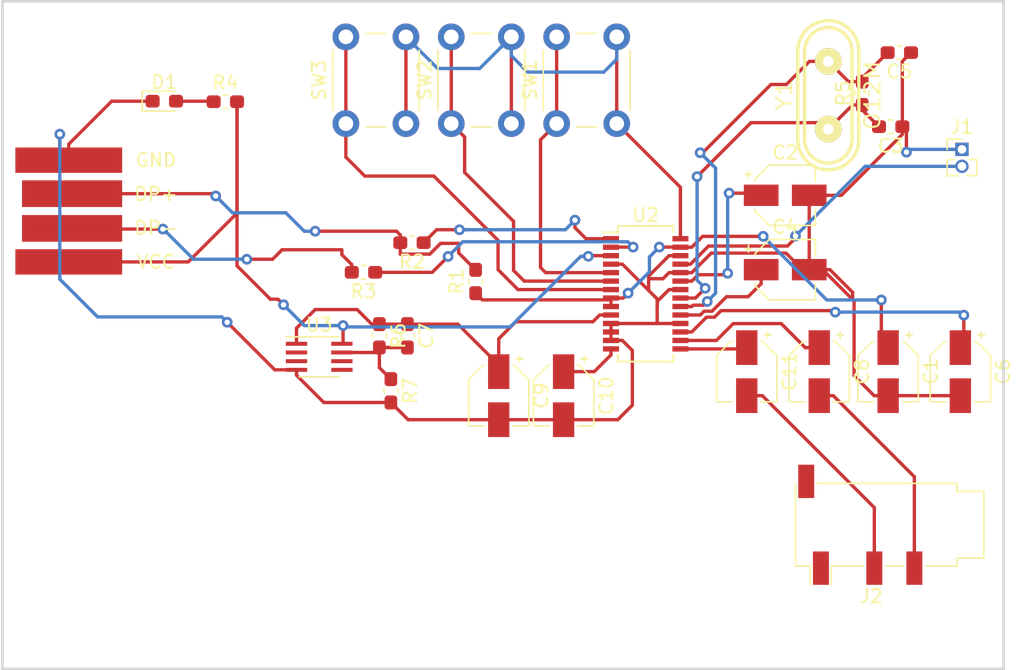
<source format=kicad_pcb>
(kicad_pcb (version 20171130) (host pcbnew 5.0.1-33cea8e~68~ubuntu18.04.1)

  (general
    (thickness 1.6)
    (drawings 4)
    (tracks 311)
    (zones 0)
    (modules 28)
    (nets 31)
  )

  (page A4)
  (layers
    (0 F.Cu signal)
    (31 B.Cu signal)
    (32 B.Adhes user)
    (33 F.Adhes user)
    (34 B.Paste user)
    (35 F.Paste user)
    (36 B.SilkS user)
    (37 F.SilkS user)
    (38 B.Mask user)
    (39 F.Mask user)
    (40 Dwgs.User user)
    (41 Cmts.User user)
    (42 Eco1.User user)
    (43 Eco2.User user)
    (44 Edge.Cuts user)
    (45 Margin user)
    (46 B.CrtYd user)
    (47 F.CrtYd user)
    (48 B.Fab user)
    (49 F.Fab user)
  )

  (setup
    (last_trace_width 0.25)
    (trace_clearance 0.2)
    (zone_clearance 0.508)
    (zone_45_only no)
    (trace_min 0.2)
    (segment_width 0.2)
    (edge_width 0.15)
    (via_size 0.8)
    (via_drill 0.4)
    (via_min_size 0.4)
    (via_min_drill 0.3)
    (uvia_size 0.3)
    (uvia_drill 0.1)
    (uvias_allowed no)
    (uvia_min_size 0.2)
    (uvia_min_drill 0.1)
    (pcb_text_width 0.3)
    (pcb_text_size 1.5 1.5)
    (mod_edge_width 0.15)
    (mod_text_size 1 1)
    (mod_text_width 0.15)
    (pad_size 1.524 1.524)
    (pad_drill 0.762)
    (pad_to_mask_clearance 0.051)
    (solder_mask_min_width 0.25)
    (aux_axis_origin 0 0)
    (visible_elements FFFFFF7F)
    (pcbplotparams
      (layerselection 0x010fc_ffffffff)
      (usegerberextensions false)
      (usegerberattributes false)
      (usegerberadvancedattributes false)
      (creategerberjobfile false)
      (excludeedgelayer true)
      (linewidth 0.100000)
      (plotframeref false)
      (viasonmask false)
      (mode 1)
      (useauxorigin false)
      (hpglpennumber 1)
      (hpglpenspeed 20)
      (hpglpendiameter 15.000000)
      (psnegative false)
      (psa4output false)
      (plotreference true)
      (plotvalue true)
      (plotinvisibletext false)
      (padsonsilk false)
      (subtractmaskfromsilk false)
      (outputformat 1)
      (mirror false)
      (drillshape 1)
      (scaleselection 1)
      (outputdirectory ""))
  )

  (net 0 "")
  (net 1 "Net-(C3-Pad2)")
  (net 2 "Net-(C5-Pad2)")
  (net 3 "Net-(R3-Pad2)")
  (net 4 "Net-(R1-Pad2)")
  (net 5 GND)
  (net 6 "Net-(R4-Pad2)")
  (net 7 "Net-(C7-Pad2)")
  (net 8 "Net-(C7-Pad1)")
  (net 9 "Net-(D1-Pad2)")
  (net 10 "Net-(R3-Pad1)")
  (net 11 "Net-(R2-Pad1)")
  (net 12 "Net-(C1-Pad1)")
  (net 13 "Net-(U3-Pad2)")
  (net 14 "Net-(U3-Pad3)")
  (net 15 "Net-(U3-Pad5)")
  (net 16 "Net-(U3-Pad6)")
  (net 17 "Net-(C10-Pad1)")
  (net 18 "Net-(C11-Pad1)")
  (net 19 "Net-(C8-Pad1)")
  (net 20 "Net-(C6-Pad1)")
  (net 21 "Net-(C4-Pad1)")
  (net 22 "Net-(C2-Pad1)")
  (net 23 "Net-(J1-Pad2)")
  (net 24 "Net-(J2-Pad4)")
  (net 25 /OUTR)
  (net 26 /OUTL)
  (net 27 /VOL_MUTE)
  (net 28 /VOL_DOWN)
  (net 29 /VOL_UP)
  (net 30 /PIN28)

  (net_class Default "This is the default net class."
    (clearance 0.2)
    (trace_width 0.25)
    (via_dia 0.8)
    (via_drill 0.4)
    (uvia_dia 0.3)
    (uvia_drill 0.1)
    (add_net /OUTL)
    (add_net /OUTR)
    (add_net /PIN28)
    (add_net /VOL_DOWN)
    (add_net /VOL_MUTE)
    (add_net /VOL_UP)
    (add_net GND)
    (add_net "Net-(C1-Pad1)")
    (add_net "Net-(C10-Pad1)")
    (add_net "Net-(C11-Pad1)")
    (add_net "Net-(C2-Pad1)")
    (add_net "Net-(C3-Pad2)")
    (add_net "Net-(C4-Pad1)")
    (add_net "Net-(C5-Pad2)")
    (add_net "Net-(C6-Pad1)")
    (add_net "Net-(C7-Pad1)")
    (add_net "Net-(C7-Pad2)")
    (add_net "Net-(C8-Pad1)")
    (add_net "Net-(D1-Pad2)")
    (add_net "Net-(J1-Pad2)")
    (add_net "Net-(J2-Pad4)")
    (add_net "Net-(R1-Pad2)")
    (add_net "Net-(R2-Pad1)")
    (add_net "Net-(R3-Pad1)")
    (add_net "Net-(R3-Pad2)")
    (add_net "Net-(R4-Pad2)")
    (add_net "Net-(U3-Pad2)")
    (add_net "Net-(U3-Pad3)")
    (add_net "Net-(U3-Pad5)")
    (add_net "Net-(U3-Pad6)")
  )

  (module Button_Switch_THT:SW_PUSH_6mm_H4.3mm (layer F.Cu) (tedit 5A02FE31) (tstamp 5C0250E2)
    (at 25.73 9.16 90)
    (descr "tactile push button, 6x6mm e.g. PHAP33xx series, height=4.3mm")
    (tags "tact sw push 6mm")
    (path /5BF5EB5C)
    (fp_text reference SW3 (at 3.25 -2 90) (layer F.SilkS)
      (effects (font (size 1 1) (thickness 0.15)))
    )
    (fp_text value VOL_UP (at 3.75 6.7 90) (layer F.Fab)
      (effects (font (size 1 1) (thickness 0.15)))
    )
    (fp_text user %R (at 3.25 2.25 90) (layer F.Fab)
      (effects (font (size 1 1) (thickness 0.15)))
    )
    (fp_line (start 3.25 -0.75) (end 6.25 -0.75) (layer F.Fab) (width 0.1))
    (fp_line (start 6.25 -0.75) (end 6.25 5.25) (layer F.Fab) (width 0.1))
    (fp_line (start 6.25 5.25) (end 0.25 5.25) (layer F.Fab) (width 0.1))
    (fp_line (start 0.25 5.25) (end 0.25 -0.75) (layer F.Fab) (width 0.1))
    (fp_line (start 0.25 -0.75) (end 3.25 -0.75) (layer F.Fab) (width 0.1))
    (fp_line (start 7.75 6) (end 8 6) (layer F.CrtYd) (width 0.05))
    (fp_line (start 8 6) (end 8 5.75) (layer F.CrtYd) (width 0.05))
    (fp_line (start 7.75 -1.5) (end 8 -1.5) (layer F.CrtYd) (width 0.05))
    (fp_line (start 8 -1.5) (end 8 -1.25) (layer F.CrtYd) (width 0.05))
    (fp_line (start -1.5 -1.25) (end -1.5 -1.5) (layer F.CrtYd) (width 0.05))
    (fp_line (start -1.5 -1.5) (end -1.25 -1.5) (layer F.CrtYd) (width 0.05))
    (fp_line (start -1.5 5.75) (end -1.5 6) (layer F.CrtYd) (width 0.05))
    (fp_line (start -1.5 6) (end -1.25 6) (layer F.CrtYd) (width 0.05))
    (fp_line (start -1.25 -1.5) (end 7.75 -1.5) (layer F.CrtYd) (width 0.05))
    (fp_line (start -1.5 5.75) (end -1.5 -1.25) (layer F.CrtYd) (width 0.05))
    (fp_line (start 7.75 6) (end -1.25 6) (layer F.CrtYd) (width 0.05))
    (fp_line (start 8 -1.25) (end 8 5.75) (layer F.CrtYd) (width 0.05))
    (fp_line (start 1 5.5) (end 5.5 5.5) (layer F.SilkS) (width 0.12))
    (fp_line (start -0.25 1.5) (end -0.25 3) (layer F.SilkS) (width 0.12))
    (fp_line (start 5.5 -1) (end 1 -1) (layer F.SilkS) (width 0.12))
    (fp_line (start 6.75 3) (end 6.75 1.5) (layer F.SilkS) (width 0.12))
    (fp_circle (center 3.25 2.25) (end 1.25 2.5) (layer F.Fab) (width 0.1))
    (pad 2 thru_hole circle (at 0 4.5 180) (size 2 2) (drill 1.1) (layers *.Cu *.Mask)
      (net 30 /PIN28))
    (pad 1 thru_hole circle (at 0 0 180) (size 2 2) (drill 1.1) (layers *.Cu *.Mask)
      (net 29 /VOL_UP))
    (pad 2 thru_hole circle (at 6.5 4.5 180) (size 2 2) (drill 1.1) (layers *.Cu *.Mask)
      (net 30 /PIN28))
    (pad 1 thru_hole circle (at 6.5 0 180) (size 2 2) (drill 1.1) (layers *.Cu *.Mask)
      (net 29 /VOL_UP))
    (model ${KISYS3DMOD}/Button_Switch_THT.3dshapes/SW_PUSH_6mm_H4.3mm.wrl
      (at (xyz 0 0 0))
      (scale (xyz 1 1 1))
      (rotate (xyz 0 0 0))
    )
  )

  (module Button_Switch_THT:SW_PUSH_6mm_H4.3mm (layer F.Cu) (tedit 5A02FE31) (tstamp 5C0250C3)
    (at 33.625 9.16 90)
    (descr "tactile push button, 6x6mm e.g. PHAP33xx series, height=4.3mm")
    (tags "tact sw push 6mm")
    (path /5BF5E754)
    (fp_text reference SW2 (at 3.25 -2 90) (layer F.SilkS)
      (effects (font (size 1 1) (thickness 0.15)))
    )
    (fp_text value VOL_DOWN (at 3.75 6.7 90) (layer F.Fab)
      (effects (font (size 1 1) (thickness 0.15)))
    )
    (fp_circle (center 3.25 2.25) (end 1.25 2.5) (layer F.Fab) (width 0.1))
    (fp_line (start 6.75 3) (end 6.75 1.5) (layer F.SilkS) (width 0.12))
    (fp_line (start 5.5 -1) (end 1 -1) (layer F.SilkS) (width 0.12))
    (fp_line (start -0.25 1.5) (end -0.25 3) (layer F.SilkS) (width 0.12))
    (fp_line (start 1 5.5) (end 5.5 5.5) (layer F.SilkS) (width 0.12))
    (fp_line (start 8 -1.25) (end 8 5.75) (layer F.CrtYd) (width 0.05))
    (fp_line (start 7.75 6) (end -1.25 6) (layer F.CrtYd) (width 0.05))
    (fp_line (start -1.5 5.75) (end -1.5 -1.25) (layer F.CrtYd) (width 0.05))
    (fp_line (start -1.25 -1.5) (end 7.75 -1.5) (layer F.CrtYd) (width 0.05))
    (fp_line (start -1.5 6) (end -1.25 6) (layer F.CrtYd) (width 0.05))
    (fp_line (start -1.5 5.75) (end -1.5 6) (layer F.CrtYd) (width 0.05))
    (fp_line (start -1.5 -1.5) (end -1.25 -1.5) (layer F.CrtYd) (width 0.05))
    (fp_line (start -1.5 -1.25) (end -1.5 -1.5) (layer F.CrtYd) (width 0.05))
    (fp_line (start 8 -1.5) (end 8 -1.25) (layer F.CrtYd) (width 0.05))
    (fp_line (start 7.75 -1.5) (end 8 -1.5) (layer F.CrtYd) (width 0.05))
    (fp_line (start 8 6) (end 8 5.75) (layer F.CrtYd) (width 0.05))
    (fp_line (start 7.75 6) (end 8 6) (layer F.CrtYd) (width 0.05))
    (fp_line (start 0.25 -0.75) (end 3.25 -0.75) (layer F.Fab) (width 0.1))
    (fp_line (start 0.25 5.25) (end 0.25 -0.75) (layer F.Fab) (width 0.1))
    (fp_line (start 6.25 5.25) (end 0.25 5.25) (layer F.Fab) (width 0.1))
    (fp_line (start 6.25 -0.75) (end 6.25 5.25) (layer F.Fab) (width 0.1))
    (fp_line (start 3.25 -0.75) (end 6.25 -0.75) (layer F.Fab) (width 0.1))
    (fp_text user %R (at 3.25 2.25 90) (layer F.Fab)
      (effects (font (size 1 1) (thickness 0.15)))
    )
    (pad 1 thru_hole circle (at 6.5 0 180) (size 2 2) (drill 1.1) (layers *.Cu *.Mask)
      (net 28 /VOL_DOWN))
    (pad 2 thru_hole circle (at 6.5 4.5 180) (size 2 2) (drill 1.1) (layers *.Cu *.Mask)
      (net 30 /PIN28))
    (pad 1 thru_hole circle (at 0 0 180) (size 2 2) (drill 1.1) (layers *.Cu *.Mask)
      (net 28 /VOL_DOWN))
    (pad 2 thru_hole circle (at 0 4.5 180) (size 2 2) (drill 1.1) (layers *.Cu *.Mask)
      (net 30 /PIN28))
    (model ${KISYS3DMOD}/Button_Switch_THT.3dshapes/SW_PUSH_6mm_H4.3mm.wrl
      (at (xyz 0 0 0))
      (scale (xyz 1 1 1))
      (rotate (xyz 0 0 0))
    )
  )

  (module Button_Switch_THT:SW_PUSH_6mm_H4.3mm (layer F.Cu) (tedit 5A02FE31) (tstamp 5C0250A4)
    (at 41.52 9.16 90)
    (descr "tactile push button, 6x6mm e.g. PHAP33xx series, height=4.3mm")
    (tags "tact sw push 6mm")
    (path /5BF5E46A)
    (fp_text reference SW1 (at 3.25 -2 90) (layer F.SilkS)
      (effects (font (size 1 1) (thickness 0.15)))
    )
    (fp_text value MUTE (at 3.75 6.7 90) (layer F.Fab)
      (effects (font (size 1 1) (thickness 0.15)))
    )
    (fp_text user %R (at 3.25 2.25 90) (layer F.Fab)
      (effects (font (size 1 1) (thickness 0.15)))
    )
    (fp_line (start 3.25 -0.75) (end 6.25 -0.75) (layer F.Fab) (width 0.1))
    (fp_line (start 6.25 -0.75) (end 6.25 5.25) (layer F.Fab) (width 0.1))
    (fp_line (start 6.25 5.25) (end 0.25 5.25) (layer F.Fab) (width 0.1))
    (fp_line (start 0.25 5.25) (end 0.25 -0.75) (layer F.Fab) (width 0.1))
    (fp_line (start 0.25 -0.75) (end 3.25 -0.75) (layer F.Fab) (width 0.1))
    (fp_line (start 7.75 6) (end 8 6) (layer F.CrtYd) (width 0.05))
    (fp_line (start 8 6) (end 8 5.75) (layer F.CrtYd) (width 0.05))
    (fp_line (start 7.75 -1.5) (end 8 -1.5) (layer F.CrtYd) (width 0.05))
    (fp_line (start 8 -1.5) (end 8 -1.25) (layer F.CrtYd) (width 0.05))
    (fp_line (start -1.5 -1.25) (end -1.5 -1.5) (layer F.CrtYd) (width 0.05))
    (fp_line (start -1.5 -1.5) (end -1.25 -1.5) (layer F.CrtYd) (width 0.05))
    (fp_line (start -1.5 5.75) (end -1.5 6) (layer F.CrtYd) (width 0.05))
    (fp_line (start -1.5 6) (end -1.25 6) (layer F.CrtYd) (width 0.05))
    (fp_line (start -1.25 -1.5) (end 7.75 -1.5) (layer F.CrtYd) (width 0.05))
    (fp_line (start -1.5 5.75) (end -1.5 -1.25) (layer F.CrtYd) (width 0.05))
    (fp_line (start 7.75 6) (end -1.25 6) (layer F.CrtYd) (width 0.05))
    (fp_line (start 8 -1.25) (end 8 5.75) (layer F.CrtYd) (width 0.05))
    (fp_line (start 1 5.5) (end 5.5 5.5) (layer F.SilkS) (width 0.12))
    (fp_line (start -0.25 1.5) (end -0.25 3) (layer F.SilkS) (width 0.12))
    (fp_line (start 5.5 -1) (end 1 -1) (layer F.SilkS) (width 0.12))
    (fp_line (start 6.75 3) (end 6.75 1.5) (layer F.SilkS) (width 0.12))
    (fp_circle (center 3.25 2.25) (end 1.25 2.5) (layer F.Fab) (width 0.1))
    (pad 2 thru_hole circle (at 0 4.5 180) (size 2 2) (drill 1.1) (layers *.Cu *.Mask)
      (net 30 /PIN28))
    (pad 1 thru_hole circle (at 0 0 180) (size 2 2) (drill 1.1) (layers *.Cu *.Mask)
      (net 27 /VOL_MUTE))
    (pad 2 thru_hole circle (at 6.5 4.5 180) (size 2 2) (drill 1.1) (layers *.Cu *.Mask)
      (net 30 /PIN28))
    (pad 1 thru_hole circle (at 6.5 0 180) (size 2 2) (drill 1.1) (layers *.Cu *.Mask)
      (net 27 /VOL_MUTE))
    (model ${KISYS3DMOD}/Button_Switch_THT.3dshapes/SW_PUSH_6mm_H4.3mm.wrl
      (at (xyz 0 0 0))
      (scale (xyz 1 1 1))
      (rotate (xyz 0 0 0))
    )
  )

  (module Capacitor_SMD:CP_Elec_4x5.3 (layer F.Cu) (tedit 5B3026A2) (tstamp 5C004208)
    (at 58.64 14.53)
    (descr "SMT capacitor, aluminium electrolytic, 4x5.3, Vishay ")
    (tags "Capacitor Electrolytic")
    (path /5BF588D4)
    (attr smd)
    (fp_text reference C2 (at 0 -3.2) (layer F.SilkS)
      (effects (font (size 1 1) (thickness 0.15)))
    )
    (fp_text value CP1uf,50V (at 0 3.2) (layer F.Fab)
      (effects (font (size 1 1) (thickness 0.15)))
    )
    (fp_text user %R (at 0 0) (layer F.Fab)
      (effects (font (size 0.8 0.8) (thickness 0.12)))
    )
    (fp_line (start -3.35 1.05) (end -2.4 1.05) (layer F.CrtYd) (width 0.05))
    (fp_line (start -3.35 -1.05) (end -3.35 1.05) (layer F.CrtYd) (width 0.05))
    (fp_line (start -2.4 -1.05) (end -3.35 -1.05) (layer F.CrtYd) (width 0.05))
    (fp_line (start -2.4 1.05) (end -2.4 1.25) (layer F.CrtYd) (width 0.05))
    (fp_line (start -2.4 -1.25) (end -2.4 -1.05) (layer F.CrtYd) (width 0.05))
    (fp_line (start -2.4 -1.25) (end -1.25 -2.4) (layer F.CrtYd) (width 0.05))
    (fp_line (start -2.4 1.25) (end -1.25 2.4) (layer F.CrtYd) (width 0.05))
    (fp_line (start -1.25 -2.4) (end 2.4 -2.4) (layer F.CrtYd) (width 0.05))
    (fp_line (start -1.25 2.4) (end 2.4 2.4) (layer F.CrtYd) (width 0.05))
    (fp_line (start 2.4 1.05) (end 2.4 2.4) (layer F.CrtYd) (width 0.05))
    (fp_line (start 3.35 1.05) (end 2.4 1.05) (layer F.CrtYd) (width 0.05))
    (fp_line (start 3.35 -1.05) (end 3.35 1.05) (layer F.CrtYd) (width 0.05))
    (fp_line (start 2.4 -1.05) (end 3.35 -1.05) (layer F.CrtYd) (width 0.05))
    (fp_line (start 2.4 -2.4) (end 2.4 -1.05) (layer F.CrtYd) (width 0.05))
    (fp_line (start -2.75 -1.81) (end -2.75 -1.31) (layer F.SilkS) (width 0.12))
    (fp_line (start -3 -1.56) (end -2.5 -1.56) (layer F.SilkS) (width 0.12))
    (fp_line (start -2.26 1.195563) (end -1.195563 2.26) (layer F.SilkS) (width 0.12))
    (fp_line (start -2.26 -1.195563) (end -1.195563 -2.26) (layer F.SilkS) (width 0.12))
    (fp_line (start -2.26 -1.195563) (end -2.26 -1.06) (layer F.SilkS) (width 0.12))
    (fp_line (start -2.26 1.195563) (end -2.26 1.06) (layer F.SilkS) (width 0.12))
    (fp_line (start -1.195563 2.26) (end 2.26 2.26) (layer F.SilkS) (width 0.12))
    (fp_line (start -1.195563 -2.26) (end 2.26 -2.26) (layer F.SilkS) (width 0.12))
    (fp_line (start 2.26 -2.26) (end 2.26 -1.06) (layer F.SilkS) (width 0.12))
    (fp_line (start 2.26 2.26) (end 2.26 1.06) (layer F.SilkS) (width 0.12))
    (fp_line (start -1.374773 -1.2) (end -1.374773 -0.8) (layer F.Fab) (width 0.1))
    (fp_line (start -1.574773 -1) (end -1.174773 -1) (layer F.Fab) (width 0.1))
    (fp_line (start -2.15 1.15) (end -1.15 2.15) (layer F.Fab) (width 0.1))
    (fp_line (start -2.15 -1.15) (end -1.15 -2.15) (layer F.Fab) (width 0.1))
    (fp_line (start -2.15 -1.15) (end -2.15 1.15) (layer F.Fab) (width 0.1))
    (fp_line (start -1.15 2.15) (end 2.15 2.15) (layer F.Fab) (width 0.1))
    (fp_line (start -1.15 -2.15) (end 2.15 -2.15) (layer F.Fab) (width 0.1))
    (fp_line (start 2.15 -2.15) (end 2.15 2.15) (layer F.Fab) (width 0.1))
    (fp_circle (center 0 0) (end 2 0) (layer F.Fab) (width 0.1))
    (pad 2 smd rect (at 1.8 0) (size 2.6 1.6) (layers F.Cu F.Paste F.Mask)
      (net 5 GND))
    (pad 1 smd rect (at -1.8 0) (size 2.6 1.6) (layers F.Cu F.Paste F.Mask)
      (net 22 "Net-(C2-Pad1)"))
    (model ${KISYS3DMOD}/Capacitor_SMD.3dshapes/CP_Elec_4x5.3.wrl
      (at (xyz 0 0 0))
      (scale (xyz 1 1 1))
      (rotate (xyz 0 0 0))
    )
  )

  (module Capacitor_SMD:CP_Elec_4x5.3 (layer F.Cu) (tedit 5B3026A2) (tstamp 5C0041E0)
    (at 58.64 20.1)
    (descr "SMT capacitor, aluminium electrolytic, 4x5.3, Vishay ")
    (tags "Capacitor Electrolytic")
    (path /5BF58EB4)
    (attr smd)
    (fp_text reference C4 (at 0 -3.2) (layer F.SilkS)
      (effects (font (size 1 1) (thickness 0.15)))
    )
    (fp_text value CP1uf,50V (at 0 3.2) (layer F.Fab)
      (effects (font (size 1 1) (thickness 0.15)))
    )
    (fp_circle (center 0 0) (end 2 0) (layer F.Fab) (width 0.1))
    (fp_line (start 2.15 -2.15) (end 2.15 2.15) (layer F.Fab) (width 0.1))
    (fp_line (start -1.15 -2.15) (end 2.15 -2.15) (layer F.Fab) (width 0.1))
    (fp_line (start -1.15 2.15) (end 2.15 2.15) (layer F.Fab) (width 0.1))
    (fp_line (start -2.15 -1.15) (end -2.15 1.15) (layer F.Fab) (width 0.1))
    (fp_line (start -2.15 -1.15) (end -1.15 -2.15) (layer F.Fab) (width 0.1))
    (fp_line (start -2.15 1.15) (end -1.15 2.15) (layer F.Fab) (width 0.1))
    (fp_line (start -1.574773 -1) (end -1.174773 -1) (layer F.Fab) (width 0.1))
    (fp_line (start -1.374773 -1.2) (end -1.374773 -0.8) (layer F.Fab) (width 0.1))
    (fp_line (start 2.26 2.26) (end 2.26 1.06) (layer F.SilkS) (width 0.12))
    (fp_line (start 2.26 -2.26) (end 2.26 -1.06) (layer F.SilkS) (width 0.12))
    (fp_line (start -1.195563 -2.26) (end 2.26 -2.26) (layer F.SilkS) (width 0.12))
    (fp_line (start -1.195563 2.26) (end 2.26 2.26) (layer F.SilkS) (width 0.12))
    (fp_line (start -2.26 1.195563) (end -2.26 1.06) (layer F.SilkS) (width 0.12))
    (fp_line (start -2.26 -1.195563) (end -2.26 -1.06) (layer F.SilkS) (width 0.12))
    (fp_line (start -2.26 -1.195563) (end -1.195563 -2.26) (layer F.SilkS) (width 0.12))
    (fp_line (start -2.26 1.195563) (end -1.195563 2.26) (layer F.SilkS) (width 0.12))
    (fp_line (start -3 -1.56) (end -2.5 -1.56) (layer F.SilkS) (width 0.12))
    (fp_line (start -2.75 -1.81) (end -2.75 -1.31) (layer F.SilkS) (width 0.12))
    (fp_line (start 2.4 -2.4) (end 2.4 -1.05) (layer F.CrtYd) (width 0.05))
    (fp_line (start 2.4 -1.05) (end 3.35 -1.05) (layer F.CrtYd) (width 0.05))
    (fp_line (start 3.35 -1.05) (end 3.35 1.05) (layer F.CrtYd) (width 0.05))
    (fp_line (start 3.35 1.05) (end 2.4 1.05) (layer F.CrtYd) (width 0.05))
    (fp_line (start 2.4 1.05) (end 2.4 2.4) (layer F.CrtYd) (width 0.05))
    (fp_line (start -1.25 2.4) (end 2.4 2.4) (layer F.CrtYd) (width 0.05))
    (fp_line (start -1.25 -2.4) (end 2.4 -2.4) (layer F.CrtYd) (width 0.05))
    (fp_line (start -2.4 1.25) (end -1.25 2.4) (layer F.CrtYd) (width 0.05))
    (fp_line (start -2.4 -1.25) (end -1.25 -2.4) (layer F.CrtYd) (width 0.05))
    (fp_line (start -2.4 -1.25) (end -2.4 -1.05) (layer F.CrtYd) (width 0.05))
    (fp_line (start -2.4 1.05) (end -2.4 1.25) (layer F.CrtYd) (width 0.05))
    (fp_line (start -2.4 -1.05) (end -3.35 -1.05) (layer F.CrtYd) (width 0.05))
    (fp_line (start -3.35 -1.05) (end -3.35 1.05) (layer F.CrtYd) (width 0.05))
    (fp_line (start -3.35 1.05) (end -2.4 1.05) (layer F.CrtYd) (width 0.05))
    (fp_text user %R (at 0 0) (layer F.Fab)
      (effects (font (size 0.8 0.8) (thickness 0.12)))
    )
    (pad 1 smd rect (at -1.8 0) (size 2.6 1.6) (layers F.Cu F.Paste F.Mask)
      (net 21 "Net-(C4-Pad1)"))
    (pad 2 smd rect (at 1.8 0) (size 2.6 1.6) (layers F.Cu F.Paste F.Mask)
      (net 5 GND))
    (model ${KISYS3DMOD}/Capacitor_SMD.3dshapes/CP_Elec_4x5.3.wrl
      (at (xyz 0 0 0))
      (scale (xyz 1 1 1))
      (rotate (xyz 0 0 0))
    )
  )

  (module Capacitor_SMD:CP_Elec_4x5.3 (layer F.Cu) (tedit 5B3026A2) (tstamp 5C0041B8)
    (at 71.76 27.74 270)
    (descr "SMT capacitor, aluminium electrolytic, 4x5.3, Vishay ")
    (tags "Capacitor Electrolytic")
    (path /5BF58EF0)
    (attr smd)
    (fp_text reference C6 (at 0 -3.2 270) (layer F.SilkS)
      (effects (font (size 1 1) (thickness 0.15)))
    )
    (fp_text value CP1uf,50V (at 0 3.2 270) (layer F.Fab)
      (effects (font (size 1 1) (thickness 0.15)))
    )
    (fp_text user %R (at 0 0 270) (layer F.Fab)
      (effects (font (size 0.8 0.8) (thickness 0.12)))
    )
    (fp_line (start -3.35 1.05) (end -2.4 1.05) (layer F.CrtYd) (width 0.05))
    (fp_line (start -3.35 -1.05) (end -3.35 1.05) (layer F.CrtYd) (width 0.05))
    (fp_line (start -2.4 -1.05) (end -3.35 -1.05) (layer F.CrtYd) (width 0.05))
    (fp_line (start -2.4 1.05) (end -2.4 1.25) (layer F.CrtYd) (width 0.05))
    (fp_line (start -2.4 -1.25) (end -2.4 -1.05) (layer F.CrtYd) (width 0.05))
    (fp_line (start -2.4 -1.25) (end -1.25 -2.4) (layer F.CrtYd) (width 0.05))
    (fp_line (start -2.4 1.25) (end -1.25 2.4) (layer F.CrtYd) (width 0.05))
    (fp_line (start -1.25 -2.4) (end 2.4 -2.4) (layer F.CrtYd) (width 0.05))
    (fp_line (start -1.25 2.4) (end 2.4 2.4) (layer F.CrtYd) (width 0.05))
    (fp_line (start 2.4 1.05) (end 2.4 2.4) (layer F.CrtYd) (width 0.05))
    (fp_line (start 3.35 1.05) (end 2.4 1.05) (layer F.CrtYd) (width 0.05))
    (fp_line (start 3.35 -1.05) (end 3.35 1.05) (layer F.CrtYd) (width 0.05))
    (fp_line (start 2.4 -1.05) (end 3.35 -1.05) (layer F.CrtYd) (width 0.05))
    (fp_line (start 2.4 -2.4) (end 2.4 -1.05) (layer F.CrtYd) (width 0.05))
    (fp_line (start -2.75 -1.81) (end -2.75 -1.31) (layer F.SilkS) (width 0.12))
    (fp_line (start -3 -1.56) (end -2.5 -1.56) (layer F.SilkS) (width 0.12))
    (fp_line (start -2.26 1.195563) (end -1.195563 2.26) (layer F.SilkS) (width 0.12))
    (fp_line (start -2.26 -1.195563) (end -1.195563 -2.26) (layer F.SilkS) (width 0.12))
    (fp_line (start -2.26 -1.195563) (end -2.26 -1.06) (layer F.SilkS) (width 0.12))
    (fp_line (start -2.26 1.195563) (end -2.26 1.06) (layer F.SilkS) (width 0.12))
    (fp_line (start -1.195563 2.26) (end 2.26 2.26) (layer F.SilkS) (width 0.12))
    (fp_line (start -1.195563 -2.26) (end 2.26 -2.26) (layer F.SilkS) (width 0.12))
    (fp_line (start 2.26 -2.26) (end 2.26 -1.06) (layer F.SilkS) (width 0.12))
    (fp_line (start 2.26 2.26) (end 2.26 1.06) (layer F.SilkS) (width 0.12))
    (fp_line (start -1.374773 -1.2) (end -1.374773 -0.8) (layer F.Fab) (width 0.1))
    (fp_line (start -1.574773 -1) (end -1.174773 -1) (layer F.Fab) (width 0.1))
    (fp_line (start -2.15 1.15) (end -1.15 2.15) (layer F.Fab) (width 0.1))
    (fp_line (start -2.15 -1.15) (end -1.15 -2.15) (layer F.Fab) (width 0.1))
    (fp_line (start -2.15 -1.15) (end -2.15 1.15) (layer F.Fab) (width 0.1))
    (fp_line (start -1.15 2.15) (end 2.15 2.15) (layer F.Fab) (width 0.1))
    (fp_line (start -1.15 -2.15) (end 2.15 -2.15) (layer F.Fab) (width 0.1))
    (fp_line (start 2.15 -2.15) (end 2.15 2.15) (layer F.Fab) (width 0.1))
    (fp_circle (center 0 0) (end 2 0) (layer F.Fab) (width 0.1))
    (pad 2 smd rect (at 1.8 0 270) (size 2.6 1.6) (layers F.Cu F.Paste F.Mask)
      (net 5 GND))
    (pad 1 smd rect (at -1.8 0 270) (size 2.6 1.6) (layers F.Cu F.Paste F.Mask)
      (net 20 "Net-(C6-Pad1)"))
    (model ${KISYS3DMOD}/Capacitor_SMD.3dshapes/CP_Elec_4x5.3.wrl
      (at (xyz 0 0 0))
      (scale (xyz 1 1 1))
      (rotate (xyz 0 0 0))
    )
  )

  (module Capacitor_SMD:CP_Elec_4x5.3 (layer F.Cu) (tedit 5B3026A2) (tstamp 5C004190)
    (at 61.19 27.74 270)
    (descr "SMT capacitor, aluminium electrolytic, 4x5.3, Vishay ")
    (tags "Capacitor Electrolytic")
    (path /5BF74DA4)
    (attr smd)
    (fp_text reference C8 (at 0 -3.2 270) (layer F.SilkS)
      (effects (font (size 1 1) (thickness 0.15)))
    )
    (fp_text value CP10uf,16V (at 0 3.2 270) (layer F.Fab)
      (effects (font (size 1 1) (thickness 0.15)))
    )
    (fp_circle (center 0 0) (end 2 0) (layer F.Fab) (width 0.1))
    (fp_line (start 2.15 -2.15) (end 2.15 2.15) (layer F.Fab) (width 0.1))
    (fp_line (start -1.15 -2.15) (end 2.15 -2.15) (layer F.Fab) (width 0.1))
    (fp_line (start -1.15 2.15) (end 2.15 2.15) (layer F.Fab) (width 0.1))
    (fp_line (start -2.15 -1.15) (end -2.15 1.15) (layer F.Fab) (width 0.1))
    (fp_line (start -2.15 -1.15) (end -1.15 -2.15) (layer F.Fab) (width 0.1))
    (fp_line (start -2.15 1.15) (end -1.15 2.15) (layer F.Fab) (width 0.1))
    (fp_line (start -1.574773 -1) (end -1.174773 -1) (layer F.Fab) (width 0.1))
    (fp_line (start -1.374773 -1.2) (end -1.374773 -0.8) (layer F.Fab) (width 0.1))
    (fp_line (start 2.26 2.26) (end 2.26 1.06) (layer F.SilkS) (width 0.12))
    (fp_line (start 2.26 -2.26) (end 2.26 -1.06) (layer F.SilkS) (width 0.12))
    (fp_line (start -1.195563 -2.26) (end 2.26 -2.26) (layer F.SilkS) (width 0.12))
    (fp_line (start -1.195563 2.26) (end 2.26 2.26) (layer F.SilkS) (width 0.12))
    (fp_line (start -2.26 1.195563) (end -2.26 1.06) (layer F.SilkS) (width 0.12))
    (fp_line (start -2.26 -1.195563) (end -2.26 -1.06) (layer F.SilkS) (width 0.12))
    (fp_line (start -2.26 -1.195563) (end -1.195563 -2.26) (layer F.SilkS) (width 0.12))
    (fp_line (start -2.26 1.195563) (end -1.195563 2.26) (layer F.SilkS) (width 0.12))
    (fp_line (start -3 -1.56) (end -2.5 -1.56) (layer F.SilkS) (width 0.12))
    (fp_line (start -2.75 -1.81) (end -2.75 -1.31) (layer F.SilkS) (width 0.12))
    (fp_line (start 2.4 -2.4) (end 2.4 -1.05) (layer F.CrtYd) (width 0.05))
    (fp_line (start 2.4 -1.05) (end 3.35 -1.05) (layer F.CrtYd) (width 0.05))
    (fp_line (start 3.35 -1.05) (end 3.35 1.05) (layer F.CrtYd) (width 0.05))
    (fp_line (start 3.35 1.05) (end 2.4 1.05) (layer F.CrtYd) (width 0.05))
    (fp_line (start 2.4 1.05) (end 2.4 2.4) (layer F.CrtYd) (width 0.05))
    (fp_line (start -1.25 2.4) (end 2.4 2.4) (layer F.CrtYd) (width 0.05))
    (fp_line (start -1.25 -2.4) (end 2.4 -2.4) (layer F.CrtYd) (width 0.05))
    (fp_line (start -2.4 1.25) (end -1.25 2.4) (layer F.CrtYd) (width 0.05))
    (fp_line (start -2.4 -1.25) (end -1.25 -2.4) (layer F.CrtYd) (width 0.05))
    (fp_line (start -2.4 -1.25) (end -2.4 -1.05) (layer F.CrtYd) (width 0.05))
    (fp_line (start -2.4 1.05) (end -2.4 1.25) (layer F.CrtYd) (width 0.05))
    (fp_line (start -2.4 -1.05) (end -3.35 -1.05) (layer F.CrtYd) (width 0.05))
    (fp_line (start -3.35 -1.05) (end -3.35 1.05) (layer F.CrtYd) (width 0.05))
    (fp_line (start -3.35 1.05) (end -2.4 1.05) (layer F.CrtYd) (width 0.05))
    (fp_text user %R (at 2.534049 0 270) (layer F.Fab)
      (effects (font (size 0.8 0.8) (thickness 0.12)))
    )
    (pad 1 smd rect (at -1.8 0 270) (size 2.6 1.6) (layers F.Cu F.Paste F.Mask)
      (net 19 "Net-(C8-Pad1)"))
    (pad 2 smd rect (at 1.8 0 270) (size 2.6 1.6) (layers F.Cu F.Paste F.Mask)
      (net 26 /OUTL))
    (model ${KISYS3DMOD}/Capacitor_SMD.3dshapes/CP_Elec_4x5.3.wrl
      (at (xyz 0 0 0))
      (scale (xyz 1 1 1))
      (rotate (xyz 0 0 0))
    )
  )

  (module Capacitor_SMD:CP_Elec_4x5.3 (layer F.Cu) (tedit 5B3026A2) (tstamp 5C004168)
    (at 37.18 29.54 270)
    (descr "SMT capacitor, aluminium electrolytic, 4x5.3, Vishay ")
    (tags "Capacitor Electrolytic")
    (path /5BF4C512)
    (attr smd)
    (fp_text reference C9 (at 0 -3.2 270) (layer F.SilkS)
      (effects (font (size 1 1) (thickness 0.15)))
    )
    (fp_text value CP10uf,16V (at 0 3.2 270) (layer F.Fab)
      (effects (font (size 1 1) (thickness 0.15)))
    )
    (fp_text user %R (at 0 0 270) (layer F.Fab)
      (effects (font (size 0.8 0.8) (thickness 0.12)))
    )
    (fp_line (start -3.35 1.05) (end -2.4 1.05) (layer F.CrtYd) (width 0.05))
    (fp_line (start -3.35 -1.05) (end -3.35 1.05) (layer F.CrtYd) (width 0.05))
    (fp_line (start -2.4 -1.05) (end -3.35 -1.05) (layer F.CrtYd) (width 0.05))
    (fp_line (start -2.4 1.05) (end -2.4 1.25) (layer F.CrtYd) (width 0.05))
    (fp_line (start -2.4 -1.25) (end -2.4 -1.05) (layer F.CrtYd) (width 0.05))
    (fp_line (start -2.4 -1.25) (end -1.25 -2.4) (layer F.CrtYd) (width 0.05))
    (fp_line (start -2.4 1.25) (end -1.25 2.4) (layer F.CrtYd) (width 0.05))
    (fp_line (start -1.25 -2.4) (end 2.4 -2.4) (layer F.CrtYd) (width 0.05))
    (fp_line (start -1.25 2.4) (end 2.4 2.4) (layer F.CrtYd) (width 0.05))
    (fp_line (start 2.4 1.05) (end 2.4 2.4) (layer F.CrtYd) (width 0.05))
    (fp_line (start 3.35 1.05) (end 2.4 1.05) (layer F.CrtYd) (width 0.05))
    (fp_line (start 3.35 -1.05) (end 3.35 1.05) (layer F.CrtYd) (width 0.05))
    (fp_line (start 2.4 -1.05) (end 3.35 -1.05) (layer F.CrtYd) (width 0.05))
    (fp_line (start 2.4 -2.4) (end 2.4 -1.05) (layer F.CrtYd) (width 0.05))
    (fp_line (start -2.75 -1.81) (end -2.75 -1.31) (layer F.SilkS) (width 0.12))
    (fp_line (start -3 -1.56) (end -2.5 -1.56) (layer F.SilkS) (width 0.12))
    (fp_line (start -2.26 1.195563) (end -1.195563 2.26) (layer F.SilkS) (width 0.12))
    (fp_line (start -2.26 -1.195563) (end -1.195563 -2.26) (layer F.SilkS) (width 0.12))
    (fp_line (start -2.26 -1.195563) (end -2.26 -1.06) (layer F.SilkS) (width 0.12))
    (fp_line (start -2.26 1.195563) (end -2.26 1.06) (layer F.SilkS) (width 0.12))
    (fp_line (start -1.195563 2.26) (end 2.26 2.26) (layer F.SilkS) (width 0.12))
    (fp_line (start -1.195563 -2.26) (end 2.26 -2.26) (layer F.SilkS) (width 0.12))
    (fp_line (start 2.26 -2.26) (end 2.26 -1.06) (layer F.SilkS) (width 0.12))
    (fp_line (start 2.26 2.26) (end 2.26 1.06) (layer F.SilkS) (width 0.12))
    (fp_line (start -1.374773 -1.2) (end -1.374773 -0.8) (layer F.Fab) (width 0.1))
    (fp_line (start -1.574773 -1) (end -1.174773 -1) (layer F.Fab) (width 0.1))
    (fp_line (start -2.15 1.15) (end -1.15 2.15) (layer F.Fab) (width 0.1))
    (fp_line (start -2.15 -1.15) (end -1.15 -2.15) (layer F.Fab) (width 0.1))
    (fp_line (start -2.15 -1.15) (end -2.15 1.15) (layer F.Fab) (width 0.1))
    (fp_line (start -1.15 2.15) (end 2.15 2.15) (layer F.Fab) (width 0.1))
    (fp_line (start -1.15 -2.15) (end 2.15 -2.15) (layer F.Fab) (width 0.1))
    (fp_line (start 2.15 -2.15) (end 2.15 2.15) (layer F.Fab) (width 0.1))
    (fp_circle (center 0 0) (end 2 0) (layer F.Fab) (width 0.1))
    (pad 2 smd rect (at 1.8 0 270) (size 2.6 1.6) (layers F.Cu F.Paste F.Mask)
      (net 5 GND))
    (pad 1 smd rect (at -1.8 0 270) (size 2.6 1.6) (layers F.Cu F.Paste F.Mask)
      (net 8 "Net-(C7-Pad1)"))
    (model ${KISYS3DMOD}/Capacitor_SMD.3dshapes/CP_Elec_4x5.3.wrl
      (at (xyz 0 0 0))
      (scale (xyz 1 1 1))
      (rotate (xyz 0 0 0))
    )
  )

  (module Capacitor_SMD:CP_Elec_4x5.3 (layer F.Cu) (tedit 5B3026A2) (tstamp 5C004140)
    (at 42.04 29.54 270)
    (descr "SMT capacitor, aluminium electrolytic, 4x5.3, Vishay ")
    (tags "Capacitor Electrolytic")
    (path /5BF4C6BD)
    (attr smd)
    (fp_text reference C10 (at 0 -3.2 270) (layer F.SilkS)
      (effects (font (size 1 1) (thickness 0.15)))
    )
    (fp_text value CP10uf,16V (at 0 3.2 270) (layer F.Fab)
      (effects (font (size 1 1) (thickness 0.15)))
    )
    (fp_circle (center 0 0) (end 2 0) (layer F.Fab) (width 0.1))
    (fp_line (start 2.15 -2.15) (end 2.15 2.15) (layer F.Fab) (width 0.1))
    (fp_line (start -1.15 -2.15) (end 2.15 -2.15) (layer F.Fab) (width 0.1))
    (fp_line (start -1.15 2.15) (end 2.15 2.15) (layer F.Fab) (width 0.1))
    (fp_line (start -2.15 -1.15) (end -2.15 1.15) (layer F.Fab) (width 0.1))
    (fp_line (start -2.15 -1.15) (end -1.15 -2.15) (layer F.Fab) (width 0.1))
    (fp_line (start -2.15 1.15) (end -1.15 2.15) (layer F.Fab) (width 0.1))
    (fp_line (start -1.574773 -1) (end -1.174773 -1) (layer F.Fab) (width 0.1))
    (fp_line (start -1.374773 -1.2) (end -1.374773 -0.8) (layer F.Fab) (width 0.1))
    (fp_line (start 2.26 2.26) (end 2.26 1.06) (layer F.SilkS) (width 0.12))
    (fp_line (start 2.26 -2.26) (end 2.26 -1.06) (layer F.SilkS) (width 0.12))
    (fp_line (start -1.195563 -2.26) (end 2.26 -2.26) (layer F.SilkS) (width 0.12))
    (fp_line (start -1.195563 2.26) (end 2.26 2.26) (layer F.SilkS) (width 0.12))
    (fp_line (start -2.26 1.195563) (end -2.26 1.06) (layer F.SilkS) (width 0.12))
    (fp_line (start -2.26 -1.195563) (end -2.26 -1.06) (layer F.SilkS) (width 0.12))
    (fp_line (start -2.26 -1.195563) (end -1.195563 -2.26) (layer F.SilkS) (width 0.12))
    (fp_line (start -2.26 1.195563) (end -1.195563 2.26) (layer F.SilkS) (width 0.12))
    (fp_line (start -3 -1.56) (end -2.5 -1.56) (layer F.SilkS) (width 0.12))
    (fp_line (start -2.75 -1.81) (end -2.75 -1.31) (layer F.SilkS) (width 0.12))
    (fp_line (start 2.4 -2.4) (end 2.4 -1.05) (layer F.CrtYd) (width 0.05))
    (fp_line (start 2.4 -1.05) (end 3.35 -1.05) (layer F.CrtYd) (width 0.05))
    (fp_line (start 3.35 -1.05) (end 3.35 1.05) (layer F.CrtYd) (width 0.05))
    (fp_line (start 3.35 1.05) (end 2.4 1.05) (layer F.CrtYd) (width 0.05))
    (fp_line (start 2.4 1.05) (end 2.4 2.4) (layer F.CrtYd) (width 0.05))
    (fp_line (start -1.25 2.4) (end 2.4 2.4) (layer F.CrtYd) (width 0.05))
    (fp_line (start -1.25 -2.4) (end 2.4 -2.4) (layer F.CrtYd) (width 0.05))
    (fp_line (start -2.4 1.25) (end -1.25 2.4) (layer F.CrtYd) (width 0.05))
    (fp_line (start -2.4 -1.25) (end -1.25 -2.4) (layer F.CrtYd) (width 0.05))
    (fp_line (start -2.4 -1.25) (end -2.4 -1.05) (layer F.CrtYd) (width 0.05))
    (fp_line (start -2.4 1.05) (end -2.4 1.25) (layer F.CrtYd) (width 0.05))
    (fp_line (start -2.4 -1.05) (end -3.35 -1.05) (layer F.CrtYd) (width 0.05))
    (fp_line (start -3.35 -1.05) (end -3.35 1.05) (layer F.CrtYd) (width 0.05))
    (fp_line (start -3.35 1.05) (end -2.4 1.05) (layer F.CrtYd) (width 0.05))
    (fp_text user %R (at 2.433096 0 270) (layer F.Fab)
      (effects (font (size 0.8 0.8) (thickness 0.12)))
    )
    (pad 1 smd rect (at -1.8 0 270) (size 2.6 1.6) (layers F.Cu F.Paste F.Mask)
      (net 17 "Net-(C10-Pad1)"))
    (pad 2 smd rect (at 1.8 0 270) (size 2.6 1.6) (layers F.Cu F.Paste F.Mask)
      (net 5 GND))
    (model ${KISYS3DMOD}/Capacitor_SMD.3dshapes/CP_Elec_4x5.3.wrl
      (at (xyz 0 0 0))
      (scale (xyz 1 1 1))
      (rotate (xyz 0 0 0))
    )
  )

  (module Capacitor_SMD:CP_Elec_4x5.3 (layer F.Cu) (tedit 5B3026A2) (tstamp 5C004118)
    (at 55.76 27.74 270)
    (descr "SMT capacitor, aluminium electrolytic, 4x5.3, Vishay ")
    (tags "Capacitor Electrolytic")
    (path /5BF74EB6)
    (attr smd)
    (fp_text reference C11 (at 0 -3.2 270) (layer F.SilkS)
      (effects (font (size 1 1) (thickness 0.15)))
    )
    (fp_text value CP10uf,16V (at 0 3.2 270) (layer F.Fab)
      (effects (font (size 1 1) (thickness 0.15)))
    )
    (fp_text user %R (at 0 0 270) (layer F.Fab)
      (effects (font (size 0.8 0.8) (thickness 0.12)))
    )
    (fp_line (start -3.35 1.05) (end -2.4 1.05) (layer F.CrtYd) (width 0.05))
    (fp_line (start -3.35 -1.05) (end -3.35 1.05) (layer F.CrtYd) (width 0.05))
    (fp_line (start -2.4 -1.05) (end -3.35 -1.05) (layer F.CrtYd) (width 0.05))
    (fp_line (start -2.4 1.05) (end -2.4 1.25) (layer F.CrtYd) (width 0.05))
    (fp_line (start -2.4 -1.25) (end -2.4 -1.05) (layer F.CrtYd) (width 0.05))
    (fp_line (start -2.4 -1.25) (end -1.25 -2.4) (layer F.CrtYd) (width 0.05))
    (fp_line (start -2.4 1.25) (end -1.25 2.4) (layer F.CrtYd) (width 0.05))
    (fp_line (start -1.25 -2.4) (end 2.4 -2.4) (layer F.CrtYd) (width 0.05))
    (fp_line (start -1.25 2.4) (end 2.4 2.4) (layer F.CrtYd) (width 0.05))
    (fp_line (start 2.4 1.05) (end 2.4 2.4) (layer F.CrtYd) (width 0.05))
    (fp_line (start 3.35 1.05) (end 2.4 1.05) (layer F.CrtYd) (width 0.05))
    (fp_line (start 3.35 -1.05) (end 3.35 1.05) (layer F.CrtYd) (width 0.05))
    (fp_line (start 2.4 -1.05) (end 3.35 -1.05) (layer F.CrtYd) (width 0.05))
    (fp_line (start 2.4 -2.4) (end 2.4 -1.05) (layer F.CrtYd) (width 0.05))
    (fp_line (start -2.75 -1.81) (end -2.75 -1.31) (layer F.SilkS) (width 0.12))
    (fp_line (start -3 -1.56) (end -2.5 -1.56) (layer F.SilkS) (width 0.12))
    (fp_line (start -2.26 1.195563) (end -1.195563 2.26) (layer F.SilkS) (width 0.12))
    (fp_line (start -2.26 -1.195563) (end -1.195563 -2.26) (layer F.SilkS) (width 0.12))
    (fp_line (start -2.26 -1.195563) (end -2.26 -1.06) (layer F.SilkS) (width 0.12))
    (fp_line (start -2.26 1.195563) (end -2.26 1.06) (layer F.SilkS) (width 0.12))
    (fp_line (start -1.195563 2.26) (end 2.26 2.26) (layer F.SilkS) (width 0.12))
    (fp_line (start -1.195563 -2.26) (end 2.26 -2.26) (layer F.SilkS) (width 0.12))
    (fp_line (start 2.26 -2.26) (end 2.26 -1.06) (layer F.SilkS) (width 0.12))
    (fp_line (start 2.26 2.26) (end 2.26 1.06) (layer F.SilkS) (width 0.12))
    (fp_line (start -1.374773 -1.2) (end -1.374773 -0.8) (layer F.Fab) (width 0.1))
    (fp_line (start -1.574773 -1) (end -1.174773 -1) (layer F.Fab) (width 0.1))
    (fp_line (start -2.15 1.15) (end -1.15 2.15) (layer F.Fab) (width 0.1))
    (fp_line (start -2.15 -1.15) (end -1.15 -2.15) (layer F.Fab) (width 0.1))
    (fp_line (start -2.15 -1.15) (end -2.15 1.15) (layer F.Fab) (width 0.1))
    (fp_line (start -1.15 2.15) (end 2.15 2.15) (layer F.Fab) (width 0.1))
    (fp_line (start -1.15 -2.15) (end 2.15 -2.15) (layer F.Fab) (width 0.1))
    (fp_line (start 2.15 -2.15) (end 2.15 2.15) (layer F.Fab) (width 0.1))
    (fp_circle (center 0 0) (end 2 0) (layer F.Fab) (width 0.1))
    (pad 2 smd rect (at 1.8 0 270) (size 2.6 1.6) (layers F.Cu F.Paste F.Mask)
      (net 25 /OUTR))
    (pad 1 smd rect (at -1.8 0 270) (size 2.6 1.6) (layers F.Cu F.Paste F.Mask)
      (net 18 "Net-(C11-Pad1)"))
    (model ${KISYS3DMOD}/Capacitor_SMD.3dshapes/CP_Elec_4x5.3.wrl
      (at (xyz 0 0 0))
      (scale (xyz 1 1 1))
      (rotate (xyz 0 0 0))
    )
  )

  (module Capacitor_SMD:CP_Elec_4x5.3 (layer F.Cu) (tedit 5B3026A2) (tstamp 5C0040F0)
    (at 66.35 27.74 270)
    (descr "SMT capacitor, aluminium electrolytic, 4x5.3, Vishay ")
    (tags "Capacitor Electrolytic")
    (path /5BF58839)
    (attr smd)
    (fp_text reference C1 (at 0 -3.2 270) (layer F.SilkS)
      (effects (font (size 1 1) (thickness 0.15)))
    )
    (fp_text value CP1uf,50V (at 0 3.2 270) (layer F.Fab)
      (effects (font (size 1 1) (thickness 0.15)))
    )
    (fp_circle (center 0 0) (end 2 0) (layer F.Fab) (width 0.1))
    (fp_line (start 2.15 -2.15) (end 2.15 2.15) (layer F.Fab) (width 0.1))
    (fp_line (start -1.15 -2.15) (end 2.15 -2.15) (layer F.Fab) (width 0.1))
    (fp_line (start -1.15 2.15) (end 2.15 2.15) (layer F.Fab) (width 0.1))
    (fp_line (start -2.15 -1.15) (end -2.15 1.15) (layer F.Fab) (width 0.1))
    (fp_line (start -2.15 -1.15) (end -1.15 -2.15) (layer F.Fab) (width 0.1))
    (fp_line (start -2.15 1.15) (end -1.15 2.15) (layer F.Fab) (width 0.1))
    (fp_line (start -1.574773 -1) (end -1.174773 -1) (layer F.Fab) (width 0.1))
    (fp_line (start -1.374773 -1.2) (end -1.374773 -0.8) (layer F.Fab) (width 0.1))
    (fp_line (start 2.26 2.26) (end 2.26 1.06) (layer F.SilkS) (width 0.12))
    (fp_line (start 2.26 -2.26) (end 2.26 -1.06) (layer F.SilkS) (width 0.12))
    (fp_line (start -1.195563 -2.26) (end 2.26 -2.26) (layer F.SilkS) (width 0.12))
    (fp_line (start -1.195563 2.26) (end 2.26 2.26) (layer F.SilkS) (width 0.12))
    (fp_line (start -2.26 1.195563) (end -2.26 1.06) (layer F.SilkS) (width 0.12))
    (fp_line (start -2.26 -1.195563) (end -2.26 -1.06) (layer F.SilkS) (width 0.12))
    (fp_line (start -2.26 -1.195563) (end -1.195563 -2.26) (layer F.SilkS) (width 0.12))
    (fp_line (start -2.26 1.195563) (end -1.195563 2.26) (layer F.SilkS) (width 0.12))
    (fp_line (start -3 -1.56) (end -2.5 -1.56) (layer F.SilkS) (width 0.12))
    (fp_line (start -2.75 -1.81) (end -2.75 -1.31) (layer F.SilkS) (width 0.12))
    (fp_line (start 2.4 -2.4) (end 2.4 -1.05) (layer F.CrtYd) (width 0.05))
    (fp_line (start 2.4 -1.05) (end 3.35 -1.05) (layer F.CrtYd) (width 0.05))
    (fp_line (start 3.35 -1.05) (end 3.35 1.05) (layer F.CrtYd) (width 0.05))
    (fp_line (start 3.35 1.05) (end 2.4 1.05) (layer F.CrtYd) (width 0.05))
    (fp_line (start 2.4 1.05) (end 2.4 2.4) (layer F.CrtYd) (width 0.05))
    (fp_line (start -1.25 2.4) (end 2.4 2.4) (layer F.CrtYd) (width 0.05))
    (fp_line (start -1.25 -2.4) (end 2.4 -2.4) (layer F.CrtYd) (width 0.05))
    (fp_line (start -2.4 1.25) (end -1.25 2.4) (layer F.CrtYd) (width 0.05))
    (fp_line (start -2.4 -1.25) (end -1.25 -2.4) (layer F.CrtYd) (width 0.05))
    (fp_line (start -2.4 -1.25) (end -2.4 -1.05) (layer F.CrtYd) (width 0.05))
    (fp_line (start -2.4 1.05) (end -2.4 1.25) (layer F.CrtYd) (width 0.05))
    (fp_line (start -2.4 -1.05) (end -3.35 -1.05) (layer F.CrtYd) (width 0.05))
    (fp_line (start -3.35 -1.05) (end -3.35 1.05) (layer F.CrtYd) (width 0.05))
    (fp_line (start -3.35 1.05) (end -2.4 1.05) (layer F.CrtYd) (width 0.05))
    (fp_text user %R (at 0 0 270) (layer F.Fab)
      (effects (font (size 0.8 0.8) (thickness 0.12)))
    )
    (pad 1 smd rect (at -1.8 0 270) (size 2.6 1.6) (layers F.Cu F.Paste F.Mask)
      (net 12 "Net-(C1-Pad1)"))
    (pad 2 smd rect (at 1.8 0 270) (size 2.6 1.6) (layers F.Cu F.Paste F.Mask)
      (net 5 GND))
    (model ${KISYS3DMOD}/Capacitor_SMD.3dshapes/CP_Elec_4x5.3.wrl
      (at (xyz 0 0 0))
      (scale (xyz 1 1 1))
      (rotate (xyz 0 0 0))
    )
  )

  (module Capacitor_SMD:C_0603_1608Metric_Pad1.05x0.95mm_HandSolder (layer F.Cu) (tedit 5B301BBE) (tstamp 5C0040C8)
    (at 66.54 9.39 180)
    (descr "Capacitor SMD 0603 (1608 Metric), square (rectangular) end terminal, IPC_7351 nominal with elongated pad for handsoldering. (Body size source: http://www.tortai-tech.com/upload/download/2011102023233369053.pdf), generated with kicad-footprint-generator")
    (tags "capacitor handsolder")
    (path /5BF6375A)
    (attr smd)
    (fp_text reference C3 (at 0 -1.43 180) (layer F.SilkS)
      (effects (font (size 1 1) (thickness 0.15)))
    )
    (fp_text value C22pf,0603 (at 0 1.43 180) (layer F.Fab)
      (effects (font (size 1 1) (thickness 0.15)))
    )
    (fp_line (start -0.8 0.4) (end -0.8 -0.4) (layer F.Fab) (width 0.1))
    (fp_line (start -0.8 -0.4) (end 0.8 -0.4) (layer F.Fab) (width 0.1))
    (fp_line (start 0.8 -0.4) (end 0.8 0.4) (layer F.Fab) (width 0.1))
    (fp_line (start 0.8 0.4) (end -0.8 0.4) (layer F.Fab) (width 0.1))
    (fp_line (start -0.171267 -0.51) (end 0.171267 -0.51) (layer F.SilkS) (width 0.12))
    (fp_line (start -0.171267 0.51) (end 0.171267 0.51) (layer F.SilkS) (width 0.12))
    (fp_line (start -1.65 0.73) (end -1.65 -0.73) (layer F.CrtYd) (width 0.05))
    (fp_line (start -1.65 -0.73) (end 1.65 -0.73) (layer F.CrtYd) (width 0.05))
    (fp_line (start 1.65 -0.73) (end 1.65 0.73) (layer F.CrtYd) (width 0.05))
    (fp_line (start 1.65 0.73) (end -1.65 0.73) (layer F.CrtYd) (width 0.05))
    (fp_text user %R (at 0 0 180) (layer F.Fab)
      (effects (font (size 0.4 0.4) (thickness 0.06)))
    )
    (pad 1 smd roundrect (at -0.875 0 180) (size 1.05 0.95) (layers F.Cu F.Paste F.Mask) (roundrect_rratio 0.25)
      (net 5 GND))
    (pad 2 smd roundrect (at 0.875 0 180) (size 1.05 0.95) (layers F.Cu F.Paste F.Mask) (roundrect_rratio 0.25)
      (net 1 "Net-(C3-Pad2)"))
    (model ${KISYS3DMOD}/Capacitor_SMD.3dshapes/C_0603_1608Metric.wrl
      (at (xyz 0 0 0))
      (scale (xyz 1 1 1))
      (rotate (xyz 0 0 0))
    )
  )

  (module Capacitor_SMD:C_0603_1608Metric_Pad1.05x0.95mm_HandSolder (layer F.Cu) (tedit 5B301BBE) (tstamp 5C0040B7)
    (at 67.19 3.84 180)
    (descr "Capacitor SMD 0603 (1608 Metric), square (rectangular) end terminal, IPC_7351 nominal with elongated pad for handsoldering. (Body size source: http://www.tortai-tech.com/upload/download/2011102023233369053.pdf), generated with kicad-footprint-generator")
    (tags "capacitor handsolder")
    (path /5BF637E8)
    (attr smd)
    (fp_text reference C5 (at 0 -1.43 180) (layer F.SilkS)
      (effects (font (size 1 1) (thickness 0.15)))
    )
    (fp_text value C22pf,0603 (at 0 1.43 180) (layer F.Fab)
      (effects (font (size 1 1) (thickness 0.15)))
    )
    (fp_text user %R (at 0 0 180) (layer F.Fab)
      (effects (font (size 0.4 0.4) (thickness 0.06)))
    )
    (fp_line (start 1.65 0.73) (end -1.65 0.73) (layer F.CrtYd) (width 0.05))
    (fp_line (start 1.65 -0.73) (end 1.65 0.73) (layer F.CrtYd) (width 0.05))
    (fp_line (start -1.65 -0.73) (end 1.65 -0.73) (layer F.CrtYd) (width 0.05))
    (fp_line (start -1.65 0.73) (end -1.65 -0.73) (layer F.CrtYd) (width 0.05))
    (fp_line (start -0.171267 0.51) (end 0.171267 0.51) (layer F.SilkS) (width 0.12))
    (fp_line (start -0.171267 -0.51) (end 0.171267 -0.51) (layer F.SilkS) (width 0.12))
    (fp_line (start 0.8 0.4) (end -0.8 0.4) (layer F.Fab) (width 0.1))
    (fp_line (start 0.8 -0.4) (end 0.8 0.4) (layer F.Fab) (width 0.1))
    (fp_line (start -0.8 -0.4) (end 0.8 -0.4) (layer F.Fab) (width 0.1))
    (fp_line (start -0.8 0.4) (end -0.8 -0.4) (layer F.Fab) (width 0.1))
    (pad 2 smd roundrect (at 0.875 0 180) (size 1.05 0.95) (layers F.Cu F.Paste F.Mask) (roundrect_rratio 0.25)
      (net 2 "Net-(C5-Pad2)"))
    (pad 1 smd roundrect (at -0.875 0 180) (size 1.05 0.95) (layers F.Cu F.Paste F.Mask) (roundrect_rratio 0.25)
      (net 5 GND))
    (model ${KISYS3DMOD}/Capacitor_SMD.3dshapes/C_0603_1608Metric.wrl
      (at (xyz 0 0 0))
      (scale (xyz 1 1 1))
      (rotate (xyz 0 0 0))
    )
  )

  (module Capacitor_SMD:C_0603_1608Metric_Pad1.05x0.95mm_HandSolder (layer F.Cu) (tedit 5B301BBE) (tstamp 5C0040A6)
    (at 30.34 25.055001 270)
    (descr "Capacitor SMD 0603 (1608 Metric), square (rectangular) end terminal, IPC_7351 nominal with elongated pad for handsoldering. (Body size source: http://www.tortai-tech.com/upload/download/2011102023233369053.pdf), generated with kicad-footprint-generator")
    (tags "capacitor handsolder")
    (path /5BF4B243)
    (attr smd)
    (fp_text reference C7 (at 0 -1.43 270) (layer F.SilkS)
      (effects (font (size 1 1) (thickness 0.15)))
    )
    (fp_text value C103,0603 (at 0 1.43 270) (layer F.Fab)
      (effects (font (size 1 1) (thickness 0.15)))
    )
    (fp_line (start -0.8 0.4) (end -0.8 -0.4) (layer F.Fab) (width 0.1))
    (fp_line (start -0.8 -0.4) (end 0.8 -0.4) (layer F.Fab) (width 0.1))
    (fp_line (start 0.8 -0.4) (end 0.8 0.4) (layer F.Fab) (width 0.1))
    (fp_line (start 0.8 0.4) (end -0.8 0.4) (layer F.Fab) (width 0.1))
    (fp_line (start -0.171267 -0.51) (end 0.171267 -0.51) (layer F.SilkS) (width 0.12))
    (fp_line (start -0.171267 0.51) (end 0.171267 0.51) (layer F.SilkS) (width 0.12))
    (fp_line (start -1.65 0.73) (end -1.65 -0.73) (layer F.CrtYd) (width 0.05))
    (fp_line (start -1.65 -0.73) (end 1.65 -0.73) (layer F.CrtYd) (width 0.05))
    (fp_line (start 1.65 -0.73) (end 1.65 0.73) (layer F.CrtYd) (width 0.05))
    (fp_line (start 1.65 0.73) (end -1.65 0.73) (layer F.CrtYd) (width 0.05))
    (fp_text user %R (at 0 0 270) (layer F.Fab)
      (effects (font (size 0.4 0.4) (thickness 0.06)))
    )
    (pad 1 smd roundrect (at -0.875 0 270) (size 1.05 0.95) (layers F.Cu F.Paste F.Mask) (roundrect_rratio 0.25)
      (net 8 "Net-(C7-Pad1)"))
    (pad 2 smd roundrect (at 0.875 0 270) (size 1.05 0.95) (layers F.Cu F.Paste F.Mask) (roundrect_rratio 0.25)
      (net 7 "Net-(C7-Pad2)"))
    (model ${KISYS3DMOD}/Capacitor_SMD.3dshapes/C_0603_1608Metric.wrl
      (at (xyz 0 0 0))
      (scale (xyz 1 1 1))
      (rotate (xyz 0 0 0))
    )
  )

  (module Connector_Audio:Jack_3.5mm_PJ320D_Horizontal (layer F.Cu) (tedit 5A1DBF1B) (tstamp 5C004095)
    (at 65.14 39.21 180)
    (descr "Headphones with microphone connector, 3.5mm, 4 pins.")
    (tags "3.5mm jack mic microphone phones headphones 4pins audio plug")
    (path /5BF79C91)
    (attr smd)
    (fp_text reference J2 (at 0.05 -5.35 180) (layer F.SilkS)
      (effects (font (size 1 1) (thickness 0.15)))
    )
    (fp_text value PJ-320D (at -0.025 6.35 180) (layer F.Fab)
      (effects (font (size 1 1) (thickness 0.15)))
    )
    (fp_text user %R (at -1.195 0 180) (layer F.Fab)
      (effects (font (size 1 1) (thickness 0.15)))
    )
    (fp_line (start 3.05 -3.1) (end 3.05 -4.5) (layer F.SilkS) (width 0.12))
    (fp_line (start 4.6 -3.1) (end 4.6 -4.5) (layer F.SilkS) (width 0.12))
    (fp_line (start 5.575 2.9) (end -6.225 2.9) (layer F.Fab) (width 0.1))
    (fp_line (start -6.225 2.9) (end -6.225 2.3) (layer F.Fab) (width 0.1))
    (fp_line (start -6.225 2.3) (end -8.225 2.3) (layer F.Fab) (width 0.1))
    (fp_line (start -8.225 2.3) (end -8.225 -2.3) (layer F.Fab) (width 0.1))
    (fp_line (start -8.225 -2.3) (end -6.225 -2.3) (layer F.Fab) (width 0.1))
    (fp_line (start -6.225 -2.3) (end -6.225 -2.9) (layer F.Fab) (width 0.1))
    (fp_line (start -6.225 -2.9) (end 5.575 -2.9) (layer F.Fab) (width 0.1))
    (fp_line (start 5.575 -2.9) (end 5.575 2.9) (layer F.Fab) (width 0.1))
    (fp_line (start 4.15 3.1) (end -6.375 3.1) (layer F.SilkS) (width 0.12))
    (fp_line (start 4.6 -3.1) (end 5.725 -3.1) (layer F.SilkS) (width 0.12))
    (fp_line (start 0.65 -3.1) (end 3.05 -3.1) (layer F.SilkS) (width 0.12))
    (fp_line (start -2.35 -3.1) (end -1 -3.1) (layer F.SilkS) (width 0.12))
    (fp_line (start -6.375 -3.1) (end -4 -3.1) (layer F.SilkS) (width 0.12))
    (fp_line (start 6.07 5) (end 6.07 -5) (layer F.CrtYd) (width 0.05))
    (fp_line (start -8.73 5) (end -8.73 -5) (layer F.CrtYd) (width 0.05))
    (fp_line (start 5.725 3.1) (end 5.725 -3.1) (layer F.SilkS) (width 0.12))
    (fp_line (start -8.73 5) (end 6.07 5) (layer F.CrtYd) (width 0.05))
    (fp_line (start -8.73 -5) (end 6.07 -5) (layer F.CrtYd) (width 0.05))
    (fp_line (start -6.375 -3.1) (end -6.375 -2.5) (layer F.SilkS) (width 0.12))
    (fp_line (start -6.375 2.5) (end -6.375 3.1) (layer F.SilkS) (width 0.12))
    (fp_line (start -8.375 -2.5) (end -8.375 2.5) (layer F.SilkS) (width 0.12))
    (fp_line (start -6.375 -2.5) (end -8.375 -2.5) (layer F.SilkS) (width 0.12))
    (fp_line (start -6.375 2.5) (end -8.375 2.5) (layer F.SilkS) (width 0.12))
    (fp_circle (center 3.9 -2.35) (end 3.95 -2.1) (layer F.Fab) (width 0.12))
    (pad 4 smd rect (at 4.925 3.25 180) (size 1.2 2.5) (layers F.Cu F.Paste F.Mask)
      (net 24 "Net-(J2-Pad4)"))
    (pad 1 smd rect (at 3.825 -3.25 180) (size 1.2 2.5) (layers F.Cu F.Paste F.Mask))
    (pad 2 smd rect (at -0.175 -3.25 180) (size 1.2 2.5) (layers F.Cu F.Paste F.Mask)
      (net 25 /OUTR))
    (pad 3 smd rect (at -3.175 -3.25 180) (size 1.2 2.5) (layers F.Cu F.Paste F.Mask)
      (net 26 /OUTL))
    (pad "" np_thru_hole circle (at -4.775 0 180) (size 1.5 1.5) (drill 1.5) (layers *.Cu *.Mask))
    (pad "" np_thru_hole circle (at 2.225 0 180) (size 1.5 1.5) (drill 1.5) (layers *.Cu *.Mask))
    (model ${KISYS3DMOD}/Connector_Audio.3dshapes/Jack_3.5mm_PJ320D_Horizontal.wrl
      (at (xyz 0 0 0))
      (scale (xyz 1 1 1))
      (rotate (xyz 0 0 0))
    )
  )

  (module Connector_PinHeader_1.27mm:PinHeader_1x02_P1.27mm_Vertical (layer F.Cu) (tedit 59FED6E3) (tstamp 5C004070)
    (at 71.88 11.09)
    (descr "Through hole straight pin header, 1x02, 1.27mm pitch, single row")
    (tags "Through hole pin header THT 1x02 1.27mm single row")
    (path /5BF5C1DB)
    (fp_text reference J1 (at 0 -1.695) (layer F.SilkS)
      (effects (font (size 1 1) (thickness 0.15)))
    )
    (fp_text value Conn_01x02 (at 0 2.965) (layer F.Fab)
      (effects (font (size 1 1) (thickness 0.15)))
    )
    (fp_line (start -0.525 -0.635) (end 1.05 -0.635) (layer F.Fab) (width 0.1))
    (fp_line (start 1.05 -0.635) (end 1.05 1.905) (layer F.Fab) (width 0.1))
    (fp_line (start 1.05 1.905) (end -1.05 1.905) (layer F.Fab) (width 0.1))
    (fp_line (start -1.05 1.905) (end -1.05 -0.11) (layer F.Fab) (width 0.1))
    (fp_line (start -1.05 -0.11) (end -0.525 -0.635) (layer F.Fab) (width 0.1))
    (fp_line (start -1.11 1.965) (end -0.30753 1.965) (layer F.SilkS) (width 0.12))
    (fp_line (start 0.30753 1.965) (end 1.11 1.965) (layer F.SilkS) (width 0.12))
    (fp_line (start -1.11 0.76) (end -1.11 1.965) (layer F.SilkS) (width 0.12))
    (fp_line (start 1.11 0.76) (end 1.11 1.965) (layer F.SilkS) (width 0.12))
    (fp_line (start -1.11 0.76) (end -0.563471 0.76) (layer F.SilkS) (width 0.12))
    (fp_line (start 0.563471 0.76) (end 1.11 0.76) (layer F.SilkS) (width 0.12))
    (fp_line (start -1.11 0) (end -1.11 -0.76) (layer F.SilkS) (width 0.12))
    (fp_line (start -1.11 -0.76) (end 0 -0.76) (layer F.SilkS) (width 0.12))
    (fp_line (start -1.55 -1.15) (end -1.55 2.45) (layer F.CrtYd) (width 0.05))
    (fp_line (start -1.55 2.45) (end 1.55 2.45) (layer F.CrtYd) (width 0.05))
    (fp_line (start 1.55 2.45) (end 1.55 -1.15) (layer F.CrtYd) (width 0.05))
    (fp_line (start 1.55 -1.15) (end -1.55 -1.15) (layer F.CrtYd) (width 0.05))
    (fp_text user %R (at 0 0.635 90) (layer F.Fab)
      (effects (font (size 1 1) (thickness 0.15)))
    )
    (pad 1 thru_hole rect (at 0 0) (size 1 1) (drill 0.65) (layers *.Cu *.Mask)
      (net 5 GND))
    (pad 2 thru_hole oval (at 0 1.27) (size 1 1) (drill 0.65) (layers *.Cu *.Mask)
      (net 23 "Net-(J1-Pad2)"))
    (model ${KISYS3DMOD}/Connector_PinHeader_1.27mm.3dshapes/PinHeader_1x02_P1.27mm_Vertical.wrl
      (at (xyz 0 0 0))
      (scale (xyz 1 1 1))
      (rotate (xyz 0 0 0))
    )
  )

  (module LED_SMD:LED_0603_1608Metric_Pad1.05x0.95mm_HandSolder (layer F.Cu) (tedit 5B4B45C9) (tstamp 5C004058)
    (at 12.13 7.48)
    (descr "LED SMD 0603 (1608 Metric), square (rectangular) end terminal, IPC_7351 nominal, (Body size source: http://www.tortai-tech.com/upload/download/2011102023233369053.pdf), generated with kicad-footprint-generator")
    (tags "LED handsolder")
    (path /5BF4A375)
    (attr smd)
    (fp_text reference D1 (at 0 -1.43) (layer F.SilkS)
      (effects (font (size 1 1) (thickness 0.15)))
    )
    (fp_text value LED_GREEN (at 0 1.43) (layer F.Fab)
      (effects (font (size 1 1) (thickness 0.15)))
    )
    (fp_line (start 0.8 -0.4) (end -0.5 -0.4) (layer F.Fab) (width 0.1))
    (fp_line (start -0.5 -0.4) (end -0.8 -0.1) (layer F.Fab) (width 0.1))
    (fp_line (start -0.8 -0.1) (end -0.8 0.4) (layer F.Fab) (width 0.1))
    (fp_line (start -0.8 0.4) (end 0.8 0.4) (layer F.Fab) (width 0.1))
    (fp_line (start 0.8 0.4) (end 0.8 -0.4) (layer F.Fab) (width 0.1))
    (fp_line (start 0.8 -0.735) (end -1.66 -0.735) (layer F.SilkS) (width 0.12))
    (fp_line (start -1.66 -0.735) (end -1.66 0.735) (layer F.SilkS) (width 0.12))
    (fp_line (start -1.66 0.735) (end 0.8 0.735) (layer F.SilkS) (width 0.12))
    (fp_line (start -1.65 0.73) (end -1.65 -0.73) (layer F.CrtYd) (width 0.05))
    (fp_line (start -1.65 -0.73) (end 1.65 -0.73) (layer F.CrtYd) (width 0.05))
    (fp_line (start 1.65 -0.73) (end 1.65 0.73) (layer F.CrtYd) (width 0.05))
    (fp_line (start 1.65 0.73) (end -1.65 0.73) (layer F.CrtYd) (width 0.05))
    (fp_text user %R (at 0 0) (layer F.Fab)
      (effects (font (size 0.4 0.4) (thickness 0.06)))
    )
    (pad 1 smd roundrect (at -0.875 0) (size 1.05 0.95) (layers F.Cu F.Paste F.Mask) (roundrect_rratio 0.25)
      (net 5 GND))
    (pad 2 smd roundrect (at 0.875 0) (size 1.05 0.95) (layers F.Cu F.Paste F.Mask) (roundrect_rratio 0.25)
      (net 9 "Net-(D1-Pad2)"))
    (model ${KISYS3DMOD}/LED_SMD.3dshapes/LED_0603_1608Metric.wrl
      (at (xyz 0 0 0))
      (scale (xyz 1 1 1))
      (rotate (xyz 0 0 0))
    )
  )

  (module Package_SO:SSOP-28_3.9x9.9mm_P0.635mm (layer F.Cu) (tedit 5A02F25C) (tstamp 5C004045)
    (at 48.19 21.91)
    (descr "SSOP28: plastic shrink small outline package; 28 leads; body width 3.9 mm; lead pitch 0.635; (see http://cds.linear.com/docs/en/datasheet/38901fb.pdf)")
    (tags "SSOP 0.635")
    (path /5BF4BC3E)
    (attr smd)
    (fp_text reference U2 (at 0 -5.9) (layer F.SilkS)
      (effects (font (size 1 1) (thickness 0.15)))
    )
    (fp_text value PCM2902 (at -0.1 6.2) (layer F.Fab)
      (effects (font (size 1 1) (thickness 0.15)))
    )
    (fp_line (start -0.95 -4.95) (end 1.95 -4.95) (layer F.Fab) (width 0.15))
    (fp_line (start 1.95 -4.95) (end 1.95 4.95) (layer F.Fab) (width 0.15))
    (fp_line (start 1.95 4.95) (end -1.95 4.95) (layer F.Fab) (width 0.15))
    (fp_line (start -1.95 4.95) (end -1.95 -4) (layer F.Fab) (width 0.15))
    (fp_line (start -1.95 -4) (end -0.95 -4.95) (layer F.Fab) (width 0.15))
    (fp_line (start -3.45 -5.2) (end -3.45 5.2) (layer F.CrtYd) (width 0.05))
    (fp_line (start 3.45 -5.2) (end 3.45 5.2) (layer F.CrtYd) (width 0.05))
    (fp_line (start -3.45 -5.2) (end 3.45 -5.2) (layer F.CrtYd) (width 0.05))
    (fp_line (start -3.45 5.2) (end 3.45 5.2) (layer F.CrtYd) (width 0.05))
    (fp_line (start -2.075 -5.08) (end -2.075 -4.6) (layer F.SilkS) (width 0.15))
    (fp_line (start 2.075 -5.08) (end 2.075 -4.6) (layer F.SilkS) (width 0.15))
    (fp_line (start 2.075 5.08) (end 2.075 4.6) (layer F.SilkS) (width 0.15))
    (fp_line (start -2.075 5.08) (end -2.075 4.6) (layer F.SilkS) (width 0.15))
    (fp_line (start -2.075 -5.08) (end 2.075 -5.08) (layer F.SilkS) (width 0.15))
    (fp_line (start -2.075 5.08) (end 2.075 5.08) (layer F.SilkS) (width 0.15))
    (fp_line (start -2.075 -4.6) (end -3.2 -4.6) (layer F.SilkS) (width 0.15))
    (fp_text user %R (at 0 0) (layer F.Fab)
      (effects (font (size 0.8 0.8) (thickness 0.15)))
    )
    (pad 1 smd rect (at -2.6 -4.1275) (size 1.2 0.4) (layers F.Cu F.Paste F.Mask)
      (net 11 "Net-(R2-Pad1)"))
    (pad 2 smd rect (at -2.6 -3.4925) (size 1.2 0.4) (layers F.Cu F.Paste F.Mask)
      (net 10 "Net-(R3-Pad1)"))
    (pad 3 smd rect (at -2.6 -2.8575) (size 1.2 0.4) (layers F.Cu F.Paste F.Mask)
      (net 6 "Net-(R4-Pad2)"))
    (pad 4 smd rect (at -2.6 -2.2225) (size 1.2 0.4) (layers F.Cu F.Paste F.Mask)
      (net 5 GND))
    (pad 5 smd rect (at -2.6 -1.5875) (size 1.2 0.4) (layers F.Cu F.Paste F.Mask)
      (net 27 /VOL_MUTE))
    (pad 6 smd rect (at -2.6 -0.9525) (size 1.2 0.4) (layers F.Cu F.Paste F.Mask)
      (net 28 /VOL_DOWN))
    (pad 7 smd rect (at -2.6 -0.3175) (size 1.2 0.4) (layers F.Cu F.Paste F.Mask)
      (net 29 /VOL_UP))
    (pad 8 smd rect (at -2.6 0.3175) (size 1.2 0.4) (layers F.Cu F.Paste F.Mask)
      (net 12 "Net-(C1-Pad1)"))
    (pad 9 smd rect (at -2.6 0.9525) (size 1.2 0.4) (layers F.Cu F.Paste F.Mask)
      (net 12 "Net-(C1-Pad1)"))
    (pad 10 smd rect (at -2.6 1.5875) (size 1.2 0.4) (layers F.Cu F.Paste F.Mask)
      (net 8 "Net-(C7-Pad1)"))
    (pad 11 smd rect (at -2.6 2.2225) (size 1.2 0.4) (layers F.Cu F.Paste F.Mask)
      (net 5 GND))
    (pad 12 smd rect (at -2.6 2.8575) (size 1.2 0.4) (layers F.Cu F.Paste F.Mask)
      (net 5 GND))
    (pad 13 smd rect (at -2.6 3.4925) (size 1.2 0.4) (layers F.Cu F.Paste F.Mask)
      (net 5 GND))
    (pad 14 smd rect (at -2.6 4.1275) (size 1.2 0.4) (layers F.Cu F.Paste F.Mask)
      (net 17 "Net-(C10-Pad1)"))
    (pad 15 smd rect (at 2.6 4.1275) (size 1.2 0.4) (layers F.Cu F.Paste F.Mask)
      (net 18 "Net-(C11-Pad1)"))
    (pad 16 smd rect (at 2.6 3.4925) (size 1.2 0.4) (layers F.Cu F.Paste F.Mask)
      (net 19 "Net-(C8-Pad1)"))
    (pad 17 smd rect (at 2.6 2.8575) (size 1.2 0.4) (layers F.Cu F.Paste F.Mask)
      (net 20 "Net-(C6-Pad1)"))
    (pad 18 smd rect (at 2.6 2.2225) (size 1.2 0.4) (layers F.Cu F.Paste F.Mask)
      (net 5 GND))
    (pad 19 smd rect (at 2.6 1.5875) (size 1.2 0.4) (layers F.Cu F.Paste F.Mask)
      (net 21 "Net-(C4-Pad1)"))
    (pad 20 smd rect (at 2.6 0.9525) (size 1.2 0.4) (layers F.Cu F.Paste F.Mask)
      (net 2 "Net-(C5-Pad2)"))
    (pad 21 smd rect (at 2.6 0.3175) (size 1.2 0.4) (layers F.Cu F.Paste F.Mask)
      (net 1 "Net-(C3-Pad2)"))
    (pad 22 smd rect (at 2.6 -0.3175) (size 1.2 0.4) (layers F.Cu F.Paste F.Mask)
      (net 5 GND))
    (pad 23 smd rect (at 2.6 -0.9525) (size 1.2 0.4) (layers F.Cu F.Paste F.Mask)
      (net 22 "Net-(C2-Pad1)"))
    (pad 24 smd rect (at 2.6 -1.5875) (size 1.2 0.4) (layers F.Cu F.Paste F.Mask)
      (net 5 GND))
    (pad 25 smd rect (at 2.6 -2.2225) (size 1.2 0.4) (layers F.Cu F.Paste F.Mask)
      (net 23 "Net-(J1-Pad2)"))
    (pad 26 smd rect (at 2.6 -2.8575) (size 1.2 0.4) (layers F.Cu F.Paste F.Mask)
      (net 5 GND))
    (pad 27 smd rect (at 2.6 -3.4925) (size 1.2 0.4) (layers F.Cu F.Paste F.Mask)
      (net 12 "Net-(C1-Pad1)"))
    (pad 28 smd rect (at 2.6 -4.1275) (size 1.2 0.4) (layers F.Cu F.Paste F.Mask)
      (net 30 /PIN28))
    (model ${KISYS3DMOD}/Package_SO.3dshapes/SSOP-28_3.9x9.9mm_P0.635mm.wrl
      (at (xyz 0 0 0))
      (scale (xyz 1 1 1))
      (rotate (xyz 0 0 0))
    )
  )

  (module Package_SO:SSOP-8_2.95x2.8mm_P0.65mm (layer F.Cu) (tedit 5A02F25C) (tstamp 5C004014)
    (at 23.73 26.63)
    (descr "SSOP-8 2.9 x2.8mm Pitch 0.65mm")
    (tags "SSOP-8 2.95x2.8mm Pitch 0.65mm")
    (path /5BF4A0E3)
    (attr smd)
    (fp_text reference U3 (at 0 -2.4) (layer F.SilkS)
      (effects (font (size 1 1) (thickness 0.15)))
    )
    (fp_text value LP2951CM (at 0 2.6) (layer F.Fab)
      (effects (font (size 1 1) (thickness 0.15)))
    )
    (fp_line (start -2.75 -1.65) (end 2.75 -1.65) (layer F.CrtYd) (width 0.05))
    (fp_line (start -2.75 1.65) (end -2.75 -1.65) (layer F.CrtYd) (width 0.05))
    (fp_line (start 2.75 1.65) (end -2.75 1.65) (layer F.CrtYd) (width 0.05))
    (fp_line (start 2.75 -1.65) (end 2.75 1.65) (layer F.CrtYd) (width 0.05))
    (fp_line (start 1.5 1.5) (end -1.5 1.5) (layer F.SilkS) (width 0.12))
    (fp_line (start 1.5 -1.5) (end -2.5 -1.5) (layer F.SilkS) (width 0.12))
    (fp_line (start -0.475 -1.4) (end -1.475 -0.7) (layer F.Fab) (width 0.1))
    (fp_line (start -0.475 -1.4) (end 1.475 -1.4) (layer F.Fab) (width 0.1))
    (fp_line (start -1.475 1.4) (end -1.475 -0.7) (layer F.Fab) (width 0.1))
    (fp_line (start 1.475 1.4) (end -1.475 1.4) (layer F.Fab) (width 0.1))
    (fp_line (start 1.475 -1.4) (end 1.475 1.4) (layer F.Fab) (width 0.1))
    (fp_text user %R (at 0 0) (layer F.Fab)
      (effects (font (size 0.6 0.6) (thickness 0.15)))
    )
    (pad 1 smd rect (at -1.7 -0.975 270) (size 0.3 1.6) (layers F.Cu F.Paste F.Mask)
      (net 8 "Net-(C7-Pad1)"))
    (pad 2 smd rect (at -1.7 -0.325 270) (size 0.3 1.6) (layers F.Cu F.Paste F.Mask)
      (net 13 "Net-(U3-Pad2)"))
    (pad 3 smd rect (at -1.7 0.325 270) (size 0.3 1.6) (layers F.Cu F.Paste F.Mask)
      (net 14 "Net-(U3-Pad3)"))
    (pad 4 smd rect (at -1.7 0.975 270) (size 0.3 1.6) (layers F.Cu F.Paste F.Mask)
      (net 5 GND))
    (pad 5 smd rect (at 1.7 0.975 270) (size 0.3 1.6) (layers F.Cu F.Paste F.Mask)
      (net 15 "Net-(U3-Pad5)"))
    (pad 6 smd rect (at 1.7 0.325 270) (size 0.3 1.6) (layers F.Cu F.Paste F.Mask)
      (net 16 "Net-(U3-Pad6)"))
    (pad 7 smd rect (at 1.7 -0.325 270) (size 0.3 1.6) (layers F.Cu F.Paste F.Mask)
      (net 7 "Net-(C7-Pad2)"))
    (pad 8 smd rect (at 1.7 -0.975 270) (size 0.3 1.6) (layers F.Cu F.Paste F.Mask)
      (net 6 "Net-(R4-Pad2)"))
    (model ${KISYS3DMOD}/Package_SO.3dshapes/SSOP-8_2.95x2.8mm_P0.65mm.wrl
      (at (xyz 0 0 0))
      (scale (xyz 1 1 1))
      (rotate (xyz 0 0 0))
    )
  )

  (module Resistor_SMD:R_0603_1608Metric_Pad1.05x0.95mm_HandSolder (layer F.Cu) (tedit 5B301BBD) (tstamp 5C003FFC)
    (at 35.45 20.99 90)
    (descr "Resistor SMD 0603 (1608 Metric), square (rectangular) end terminal, IPC_7351 nominal with elongated pad for handsoldering. (Body size source: http://www.tortai-tech.com/upload/download/2011102023233369053.pdf), generated with kicad-footprint-generator")
    (tags "resistor handsolder")
    (path /5BF4ECD5)
    (attr smd)
    (fp_text reference R1 (at 0 -1.43 90) (layer F.SilkS)
      (effects (font (size 1 1) (thickness 0.15)))
    )
    (fp_text value R152,0603 (at 0 1.43 90) (layer F.Fab)
      (effects (font (size 1 1) (thickness 0.15)))
    )
    (fp_line (start -0.8 0.4) (end -0.8 -0.4) (layer F.Fab) (width 0.1))
    (fp_line (start -0.8 -0.4) (end 0.8 -0.4) (layer F.Fab) (width 0.1))
    (fp_line (start 0.8 -0.4) (end 0.8 0.4) (layer F.Fab) (width 0.1))
    (fp_line (start 0.8 0.4) (end -0.8 0.4) (layer F.Fab) (width 0.1))
    (fp_line (start -0.171267 -0.51) (end 0.171267 -0.51) (layer F.SilkS) (width 0.12))
    (fp_line (start -0.171267 0.51) (end 0.171267 0.51) (layer F.SilkS) (width 0.12))
    (fp_line (start -1.65 0.73) (end -1.65 -0.73) (layer F.CrtYd) (width 0.05))
    (fp_line (start -1.65 -0.73) (end 1.65 -0.73) (layer F.CrtYd) (width 0.05))
    (fp_line (start 1.65 -0.73) (end 1.65 0.73) (layer F.CrtYd) (width 0.05))
    (fp_line (start 1.65 0.73) (end -1.65 0.73) (layer F.CrtYd) (width 0.05))
    (fp_text user %R (at 0 0 90) (layer F.Fab)
      (effects (font (size 0.4 0.4) (thickness 0.06)))
    )
    (pad 1 smd roundrect (at -0.875 0 90) (size 1.05 0.95) (layers F.Cu F.Paste F.Mask) (roundrect_rratio 0.25)
      (net 12 "Net-(C1-Pad1)"))
    (pad 2 smd roundrect (at 0.875 0 90) (size 1.05 0.95) (layers F.Cu F.Paste F.Mask) (roundrect_rratio 0.25)
      (net 4 "Net-(R1-Pad2)"))
    (model ${KISYS3DMOD}/Resistor_SMD.3dshapes/R_0603_1608Metric.wrl
      (at (xyz 0 0 0))
      (scale (xyz 1 1 1))
      (rotate (xyz 0 0 0))
    )
  )

  (module Resistor_SMD:R_0603_1608Metric_Pad1.05x0.95mm_HandSolder (layer F.Cu) (tedit 5B301BBD) (tstamp 5C003FEB)
    (at 30.68 18.08 180)
    (descr "Resistor SMD 0603 (1608 Metric), square (rectangular) end terminal, IPC_7351 nominal with elongated pad for handsoldering. (Body size source: http://www.tortai-tech.com/upload/download/2011102023233369053.pdf), generated with kicad-footprint-generator")
    (tags "resistor handsolder")
    (path /5BF4F048)
    (attr smd)
    (fp_text reference R2 (at 0 -1.43 180) (layer F.SilkS)
      (effects (font (size 1 1) (thickness 0.15)))
    )
    (fp_text value R220,0603 (at 0 1.43 180) (layer F.Fab)
      (effects (font (size 1 1) (thickness 0.15)))
    )
    (fp_text user %R (at 0 0 180) (layer F.Fab)
      (effects (font (size 0.4 0.4) (thickness 0.06)))
    )
    (fp_line (start 1.65 0.73) (end -1.65 0.73) (layer F.CrtYd) (width 0.05))
    (fp_line (start 1.65 -0.73) (end 1.65 0.73) (layer F.CrtYd) (width 0.05))
    (fp_line (start -1.65 -0.73) (end 1.65 -0.73) (layer F.CrtYd) (width 0.05))
    (fp_line (start -1.65 0.73) (end -1.65 -0.73) (layer F.CrtYd) (width 0.05))
    (fp_line (start -0.171267 0.51) (end 0.171267 0.51) (layer F.SilkS) (width 0.12))
    (fp_line (start -0.171267 -0.51) (end 0.171267 -0.51) (layer F.SilkS) (width 0.12))
    (fp_line (start 0.8 0.4) (end -0.8 0.4) (layer F.Fab) (width 0.1))
    (fp_line (start 0.8 -0.4) (end 0.8 0.4) (layer F.Fab) (width 0.1))
    (fp_line (start -0.8 -0.4) (end 0.8 -0.4) (layer F.Fab) (width 0.1))
    (fp_line (start -0.8 0.4) (end -0.8 -0.4) (layer F.Fab) (width 0.1))
    (pad 2 smd roundrect (at 0.875 0 180) (size 1.05 0.95) (layers F.Cu F.Paste F.Mask) (roundrect_rratio 0.25)
      (net 4 "Net-(R1-Pad2)"))
    (pad 1 smd roundrect (at -0.875 0 180) (size 1.05 0.95) (layers F.Cu F.Paste F.Mask) (roundrect_rratio 0.25)
      (net 11 "Net-(R2-Pad1)"))
    (model ${KISYS3DMOD}/Resistor_SMD.3dshapes/R_0603_1608Metric.wrl
      (at (xyz 0 0 0))
      (scale (xyz 1 1 1))
      (rotate (xyz 0 0 0))
    )
  )

  (module Resistor_SMD:R_0603_1608Metric_Pad1.05x0.95mm_HandSolder (layer F.Cu) (tedit 5B301BBD) (tstamp 5C003FDA)
    (at 27.05 20.3 180)
    (descr "Resistor SMD 0603 (1608 Metric), square (rectangular) end terminal, IPC_7351 nominal with elongated pad for handsoldering. (Body size source: http://www.tortai-tech.com/upload/download/2011102023233369053.pdf), generated with kicad-footprint-generator")
    (tags "resistor handsolder")
    (path /5BF4F08B)
    (attr smd)
    (fp_text reference R3 (at 0 -1.43 180) (layer F.SilkS)
      (effects (font (size 1 1) (thickness 0.15)))
    )
    (fp_text value R220,0603 (at 0 1.43 180) (layer F.Fab)
      (effects (font (size 1 1) (thickness 0.15)))
    )
    (fp_line (start -0.8 0.4) (end -0.8 -0.4) (layer F.Fab) (width 0.1))
    (fp_line (start -0.8 -0.4) (end 0.8 -0.4) (layer F.Fab) (width 0.1))
    (fp_line (start 0.8 -0.4) (end 0.8 0.4) (layer F.Fab) (width 0.1))
    (fp_line (start 0.8 0.4) (end -0.8 0.4) (layer F.Fab) (width 0.1))
    (fp_line (start -0.171267 -0.51) (end 0.171267 -0.51) (layer F.SilkS) (width 0.12))
    (fp_line (start -0.171267 0.51) (end 0.171267 0.51) (layer F.SilkS) (width 0.12))
    (fp_line (start -1.65 0.73) (end -1.65 -0.73) (layer F.CrtYd) (width 0.05))
    (fp_line (start -1.65 -0.73) (end 1.65 -0.73) (layer F.CrtYd) (width 0.05))
    (fp_line (start 1.65 -0.73) (end 1.65 0.73) (layer F.CrtYd) (width 0.05))
    (fp_line (start 1.65 0.73) (end -1.65 0.73) (layer F.CrtYd) (width 0.05))
    (fp_text user %R (at 0 0 180) (layer F.Fab)
      (effects (font (size 0.4 0.4) (thickness 0.06)))
    )
    (pad 1 smd roundrect (at -0.875 0 180) (size 1.05 0.95) (layers F.Cu F.Paste F.Mask) (roundrect_rratio 0.25)
      (net 10 "Net-(R3-Pad1)"))
    (pad 2 smd roundrect (at 0.875 0 180) (size 1.05 0.95) (layers F.Cu F.Paste F.Mask) (roundrect_rratio 0.25)
      (net 3 "Net-(R3-Pad2)"))
    (model ${KISYS3DMOD}/Resistor_SMD.3dshapes/R_0603_1608Metric.wrl
      (at (xyz 0 0 0))
      (scale (xyz 1 1 1))
      (rotate (xyz 0 0 0))
    )
  )

  (module Resistor_SMD:R_0603_1608Metric_Pad1.05x0.95mm_HandSolder (layer F.Cu) (tedit 5B301BBD) (tstamp 5C003FC9)
    (at 16.7 7.52)
    (descr "Resistor SMD 0603 (1608 Metric), square (rectangular) end terminal, IPC_7351 nominal with elongated pad for handsoldering. (Body size source: http://www.tortai-tech.com/upload/download/2011102023233369053.pdf), generated with kicad-footprint-generator")
    (tags "resistor handsolder")
    (path /5BF4A218)
    (attr smd)
    (fp_text reference R4 (at 0 -1.43) (layer F.SilkS)
      (effects (font (size 1 1) (thickness 0.15)))
    )
    (fp_text value R681,0603 (at 0 1.43) (layer F.Fab)
      (effects (font (size 1 1) (thickness 0.15)))
    )
    (fp_text user %R (at 0 0) (layer F.Fab)
      (effects (font (size 0.4 0.4) (thickness 0.06)))
    )
    (fp_line (start 1.65 0.73) (end -1.65 0.73) (layer F.CrtYd) (width 0.05))
    (fp_line (start 1.65 -0.73) (end 1.65 0.73) (layer F.CrtYd) (width 0.05))
    (fp_line (start -1.65 -0.73) (end 1.65 -0.73) (layer F.CrtYd) (width 0.05))
    (fp_line (start -1.65 0.73) (end -1.65 -0.73) (layer F.CrtYd) (width 0.05))
    (fp_line (start -0.171267 0.51) (end 0.171267 0.51) (layer F.SilkS) (width 0.12))
    (fp_line (start -0.171267 -0.51) (end 0.171267 -0.51) (layer F.SilkS) (width 0.12))
    (fp_line (start 0.8 0.4) (end -0.8 0.4) (layer F.Fab) (width 0.1))
    (fp_line (start 0.8 -0.4) (end 0.8 0.4) (layer F.Fab) (width 0.1))
    (fp_line (start -0.8 -0.4) (end 0.8 -0.4) (layer F.Fab) (width 0.1))
    (fp_line (start -0.8 0.4) (end -0.8 -0.4) (layer F.Fab) (width 0.1))
    (pad 2 smd roundrect (at 0.875 0) (size 1.05 0.95) (layers F.Cu F.Paste F.Mask) (roundrect_rratio 0.25)
      (net 6 "Net-(R4-Pad2)"))
    (pad 1 smd roundrect (at -0.875 0) (size 1.05 0.95) (layers F.Cu F.Paste F.Mask) (roundrect_rratio 0.25)
      (net 9 "Net-(D1-Pad2)"))
    (model ${KISYS3DMOD}/Resistor_SMD.3dshapes/R_0603_1608Metric.wrl
      (at (xyz 0 0 0))
      (scale (xyz 1 1 1))
      (rotate (xyz 0 0 0))
    )
  )

  (module Resistor_SMD:R_0603_1608Metric_Pad1.05x0.95mm_HandSolder (layer F.Cu) (tedit 5B301BBD) (tstamp 5C003FB8)
    (at 64.41 6.89 90)
    (descr "Resistor SMD 0603 (1608 Metric), square (rectangular) end terminal, IPC_7351 nominal with elongated pad for handsoldering. (Body size source: http://www.tortai-tech.com/upload/download/2011102023233369053.pdf), generated with kicad-footprint-generator")
    (tags "resistor handsolder")
    (path /5BF63130)
    (attr smd)
    (fp_text reference R5 (at 0 -1.43 90) (layer F.SilkS)
      (effects (font (size 1 1) (thickness 0.15)))
    )
    (fp_text value R106,0603 (at 0 1.43 90) (layer F.Fab)
      (effects (font (size 1 1) (thickness 0.15)))
    )
    (fp_line (start -0.8 0.4) (end -0.8 -0.4) (layer F.Fab) (width 0.1))
    (fp_line (start -0.8 -0.4) (end 0.8 -0.4) (layer F.Fab) (width 0.1))
    (fp_line (start 0.8 -0.4) (end 0.8 0.4) (layer F.Fab) (width 0.1))
    (fp_line (start 0.8 0.4) (end -0.8 0.4) (layer F.Fab) (width 0.1))
    (fp_line (start -0.171267 -0.51) (end 0.171267 -0.51) (layer F.SilkS) (width 0.12))
    (fp_line (start -0.171267 0.51) (end 0.171267 0.51) (layer F.SilkS) (width 0.12))
    (fp_line (start -1.65 0.73) (end -1.65 -0.73) (layer F.CrtYd) (width 0.05))
    (fp_line (start -1.65 -0.73) (end 1.65 -0.73) (layer F.CrtYd) (width 0.05))
    (fp_line (start 1.65 -0.73) (end 1.65 0.73) (layer F.CrtYd) (width 0.05))
    (fp_line (start 1.65 0.73) (end -1.65 0.73) (layer F.CrtYd) (width 0.05))
    (fp_text user %R (at 0 0 90) (layer F.Fab)
      (effects (font (size 0.4 0.4) (thickness 0.06)))
    )
    (pad 1 smd roundrect (at -0.875 0 90) (size 1.05 0.95) (layers F.Cu F.Paste F.Mask) (roundrect_rratio 0.25)
      (net 1 "Net-(C3-Pad2)"))
    (pad 2 smd roundrect (at 0.875 0 90) (size 1.05 0.95) (layers F.Cu F.Paste F.Mask) (roundrect_rratio 0.25)
      (net 2 "Net-(C5-Pad2)"))
    (model ${KISYS3DMOD}/Resistor_SMD.3dshapes/R_0603_1608Metric.wrl
      (at (xyz 0 0 0))
      (scale (xyz 1 1 1))
      (rotate (xyz 0 0 0))
    )
  )

  (module Resistor_SMD:R_0603_1608Metric_Pad1.05x0.95mm_HandSolder (layer F.Cu) (tedit 5B301BBD) (tstamp 5C003FA7)
    (at 28.24 25.055001 270)
    (descr "Resistor SMD 0603 (1608 Metric), square (rectangular) end terminal, IPC_7351 nominal with elongated pad for handsoldering. (Body size source: http://www.tortai-tech.com/upload/download/2011102023233369053.pdf), generated with kicad-footprint-generator")
    (tags "resistor handsolder")
    (path /5BF4AA9F)
    (attr smd)
    (fp_text reference R6 (at 0 -1.43 270) (layer F.SilkS)
      (effects (font (size 1 1) (thickness 0.15)))
    )
    (fp_text value R184,0603 (at 0 1.43 270) (layer F.Fab)
      (effects (font (size 1 1) (thickness 0.15)))
    )
    (fp_text user %R (at 0 0 270) (layer F.Fab)
      (effects (font (size 0.4 0.4) (thickness 0.06)))
    )
    (fp_line (start 1.65 0.73) (end -1.65 0.73) (layer F.CrtYd) (width 0.05))
    (fp_line (start 1.65 -0.73) (end 1.65 0.73) (layer F.CrtYd) (width 0.05))
    (fp_line (start -1.65 -0.73) (end 1.65 -0.73) (layer F.CrtYd) (width 0.05))
    (fp_line (start -1.65 0.73) (end -1.65 -0.73) (layer F.CrtYd) (width 0.05))
    (fp_line (start -0.171267 0.51) (end 0.171267 0.51) (layer F.SilkS) (width 0.12))
    (fp_line (start -0.171267 -0.51) (end 0.171267 -0.51) (layer F.SilkS) (width 0.12))
    (fp_line (start 0.8 0.4) (end -0.8 0.4) (layer F.Fab) (width 0.1))
    (fp_line (start 0.8 -0.4) (end 0.8 0.4) (layer F.Fab) (width 0.1))
    (fp_line (start -0.8 -0.4) (end 0.8 -0.4) (layer F.Fab) (width 0.1))
    (fp_line (start -0.8 0.4) (end -0.8 -0.4) (layer F.Fab) (width 0.1))
    (pad 2 smd roundrect (at 0.875 0 270) (size 1.05 0.95) (layers F.Cu F.Paste F.Mask) (roundrect_rratio 0.25)
      (net 7 "Net-(C7-Pad2)"))
    (pad 1 smd roundrect (at -0.875 0 270) (size 1.05 0.95) (layers F.Cu F.Paste F.Mask) (roundrect_rratio 0.25)
      (net 8 "Net-(C7-Pad1)"))
    (model ${KISYS3DMOD}/Resistor_SMD.3dshapes/R_0603_1608Metric.wrl
      (at (xyz 0 0 0))
      (scale (xyz 1 1 1))
      (rotate (xyz 0 0 0))
    )
  )

  (module Resistor_SMD:R_0603_1608Metric_Pad1.05x0.95mm_HandSolder (layer F.Cu) (tedit 5B301BBD) (tstamp 5C003F96)
    (at 29.1 29.174999 270)
    (descr "Resistor SMD 0603 (1608 Metric), square (rectangular) end terminal, IPC_7351 nominal with elongated pad for handsoldering. (Body size source: http://www.tortai-tech.com/upload/download/2011102023233369053.pdf), generated with kicad-footprint-generator")
    (tags "resistor handsolder")
    (path /5BF4ABB8)
    (attr smd)
    (fp_text reference R7 (at 0 -1.43 270) (layer F.SilkS)
      (effects (font (size 1 1) (thickness 0.15)))
    )
    (fp_text value R913,0603 (at 0 1.43 270) (layer F.Fab)
      (effects (font (size 1 1) (thickness 0.15)))
    )
    (fp_line (start -0.8 0.4) (end -0.8 -0.4) (layer F.Fab) (width 0.1))
    (fp_line (start -0.8 -0.4) (end 0.8 -0.4) (layer F.Fab) (width 0.1))
    (fp_line (start 0.8 -0.4) (end 0.8 0.4) (layer F.Fab) (width 0.1))
    (fp_line (start 0.8 0.4) (end -0.8 0.4) (layer F.Fab) (width 0.1))
    (fp_line (start -0.171267 -0.51) (end 0.171267 -0.51) (layer F.SilkS) (width 0.12))
    (fp_line (start -0.171267 0.51) (end 0.171267 0.51) (layer F.SilkS) (width 0.12))
    (fp_line (start -1.65 0.73) (end -1.65 -0.73) (layer F.CrtYd) (width 0.05))
    (fp_line (start -1.65 -0.73) (end 1.65 -0.73) (layer F.CrtYd) (width 0.05))
    (fp_line (start 1.65 -0.73) (end 1.65 0.73) (layer F.CrtYd) (width 0.05))
    (fp_line (start 1.65 0.73) (end -1.65 0.73) (layer F.CrtYd) (width 0.05))
    (fp_text user %R (at 0 0 270) (layer F.Fab)
      (effects (font (size 0.4 0.4) (thickness 0.06)))
    )
    (pad 1 smd roundrect (at -0.875 0 270) (size 1.05 0.95) (layers F.Cu F.Paste F.Mask) (roundrect_rratio 0.25)
      (net 7 "Net-(C7-Pad2)"))
    (pad 2 smd roundrect (at 0.875 0 270) (size 1.05 0.95) (layers F.Cu F.Paste F.Mask) (roundrect_rratio 0.25)
      (net 5 GND))
    (model ${KISYS3DMOD}/Resistor_SMD.3dshapes/R_0603_1608Metric.wrl
      (at (xyz 0 0 0))
      (scale (xyz 1 1 1))
      (rotate (xyz 0 0 0))
    )
  )

  (module footprint-lib:usb-PCB (layer F.Cu) (tedit 5BC42AC6) (tstamp 5C0044CE)
    (at 0.07 15.71 270)
    (path /5BF49F2E)
    (attr virtual)
    (fp_text reference U1 (at 0.13 -7.85 270) (layer F.SilkS) hide
      (effects (font (size 1.5 1.5) (thickness 0.15)))
    )
    (fp_text value USB_PCB (at 0.29 -10.13 270) (layer F.SilkS) hide
      (effects (font (size 1.5 1.5) (thickness 0.15)))
    )
    (fp_line (start -6.03 0) (end -6.03 -12) (layer Dwgs.User) (width 0.15))
    (fp_line (start 6.03 0) (end -6.03 0) (layer Dwgs.User) (width 0.15))
    (fp_line (start 6.03 0) (end 6.03 -12) (layer Dwgs.User) (width 0.15))
    (fp_text user VCC (at 3.81 -11.43) (layer F.SilkS)
      (effects (font (size 1 1) (thickness 0.15)))
    )
    (fp_text user DP- (at 1.27 -11.43) (layer F.SilkS)
      (effects (font (size 1 1) (thickness 0.15)))
    )
    (fp_text user DP+ (at -1.27 -11.43) (layer F.SilkS)
      (effects (font (size 1 1) (thickness 0.15)))
    )
    (fp_text user GND (at -3.81 -11.43) (layer F.SilkS)
      (effects (font (size 1 1) (thickness 0.15)))
    )
    (pad 2 connect rect (at 1.3 -5.15 270) (size 2 7.5) (layers F.Cu F.Mask)
      (net 3 "Net-(R3-Pad2)"))
    (pad 3 connect rect (at -1.3 -5.15 270) (size 2 7.5) (layers F.Cu F.Mask)
      (net 4 "Net-(R1-Pad2)"))
    (pad 4 connect rect (at -3.81 -4.9 270) (size 1.9 8) (layers F.Cu F.Mask)
      (net 5 GND))
    (pad 1 connect rect (at 3.81 -4.9 270) (size 1.9 8) (layers F.Cu F.Mask)
      (net 6 "Net-(R4-Pad2)"))
  )

  (module w_crystal:crystal_hc-49s (layer F.Cu) (tedit 0) (tstamp 5C003F76)
    (at 61.87 7.04 90)
    (descr "Crystal, HC-49S")
    (tags QUARTZ)
    (path /5BF62F5E)
    (autoplace_cost180 10)
    (fp_text reference Y1 (at 0 -3.302 90) (layer F.SilkS)
      (effects (font (size 1.143 1.27) (thickness 0.1524)))
    )
    (fp_text value O12M (at 0 3.302 90) (layer F.SilkS)
      (effects (font (size 1.143 1.27) (thickness 0.1524)))
    )
    (fp_arc (start 3.302 0) (end 3.302 -2.286) (angle 90) (layer F.SilkS) (width 0.254))
    (fp_line (start -3.302 1.778) (end 3.302 1.778) (layer F.SilkS) (width 0.254))
    (fp_line (start 3.302 -1.778) (end -3.302 -1.778) (layer F.SilkS) (width 0.254))
    (fp_arc (start 3.302 0) (end 5.08 0) (angle 90) (layer F.SilkS) (width 0.254))
    (fp_arc (start 3.302 0) (end 3.302 -1.778) (angle 90) (layer F.SilkS) (width 0.254))
    (fp_arc (start -3.302 0) (end -3.302 1.778) (angle 90) (layer F.SilkS) (width 0.254))
    (fp_arc (start -3.302 0) (end -5.08 0) (angle 90) (layer F.SilkS) (width 0.254))
    (fp_arc (start 3.302 0) (end 5.588 0) (angle 90) (layer F.SilkS) (width 0.254))
    (fp_line (start 3.302 2.286) (end -3.302 2.286) (layer F.SilkS) (width 0.254))
    (fp_line (start -3.302 -2.286) (end 3.302 -2.286) (layer F.SilkS) (width 0.254))
    (fp_arc (start -3.302 0) (end -3.302 2.286) (angle 90) (layer F.SilkS) (width 0.254))
    (fp_arc (start -3.302 0) (end -5.588 0) (angle 90) (layer F.SilkS) (width 0.254))
    (pad 1 thru_hole circle (at -2.54 0 90) (size 1.99898 1.99898) (drill 0.8001) (layers *.Cu *.Mask F.SilkS)
      (net 1 "Net-(C3-Pad2)"))
    (pad 2 thru_hole circle (at 2.54 0 90) (size 1.99898 1.99898) (drill 0.8001) (layers *.Cu *.Mask F.SilkS)
      (net 2 "Net-(C5-Pad2)"))
    (model ${HOME}/_workspace/kicad/kicad_library/smisioto-footprints/modules/packages3d/walter/crystal/crystal_hc-49s.wrl
      (at (xyz 0 0 0))
      (scale (xyz 1 1 1))
      (rotate (xyz 0 0 0))
    )
  )

  (gr_line (start 0 0) (end 75 0) (layer Edge.Cuts) (width 0.2))
  (gr_line (start 75 0) (end 75 50) (layer Edge.Cuts) (width 0.2))
  (gr_line (start 0 50) (end 75 50) (layer Edge.Cuts) (width 0.2))
  (gr_line (start 0 0) (end 0 50) (layer Edge.Cuts) (width 0.2))

  (segment (start 61.38 9.09) (end 61.87 9.58) (width 0.25) (layer F.Cu) (net 1) (status 30))
  (segment (start 63.685 7.765) (end 64.41 7.765) (width 0.25) (layer F.Cu) (net 1) (status 20))
  (segment (start 61.87 9.58) (end 63.685 7.765) (width 0.25) (layer F.Cu) (net 1) (status 10))
  (segment (start 64.41 8.135) (end 65.665 9.39) (width 0.25) (layer F.Cu) (net 1) (status 30))
  (segment (start 64.41 7.765) (end 64.41 8.135) (width 0.25) (layer F.Cu) (net 1) (status 30))
  (segment (start 59.63 9.09) (end 56.08 9.09) (width 0.25) (layer F.Cu) (net 1))
  (segment (start 59.475 9.09) (end 59.63 9.09) (width 0.25) (layer F.Cu) (net 1))
  (segment (start 59.63 9.09) (end 61.38 9.09) (width 0.25) (layer F.Cu) (net 1) (status 20))
  (segment (start 56.08 9.09) (end 52.04 13.13) (width 0.25) (layer F.Cu) (net 1))
  (via (at 52.04 13.13) (size 0.8) (drill 0.4) (layers F.Cu B.Cu) (net 1))
  (segment (start 50.79 22.2275) (end 51.917056 22.2275) (width 0.25) (layer F.Cu) (net 1) (status 10))
  (segment (start 51.917056 22.2275) (end 52.647964 21.496592) (width 0.25) (layer F.Cu) (net 1))
  (via (at 52.647964 21.496592) (size 0.8) (drill 0.4) (layers F.Cu B.Cu) (net 1))
  (segment (start 52.04 13.13) (end 52.04 20.888628) (width 0.25) (layer B.Cu) (net 1))
  (segment (start 52.04 20.888628) (end 52.647964 21.496592) (width 0.25) (layer B.Cu) (net 1))
  (segment (start 63.385 6.015) (end 61.87 4.5) (width 0.25) (layer F.Cu) (net 2) (status 20))
  (segment (start 64.41 6.015) (end 63.385 6.015) (width 0.25) (layer F.Cu) (net 2) (status 10))
  (segment (start 61.48 4.11) (end 61.87 4.5) (width 0.25) (layer F.Cu) (net 2) (status 30))
  (segment (start 60.456508 4.5) (end 58.726508 6.23) (width 0.25) (layer F.Cu) (net 2))
  (segment (start 61.87 4.5) (end 60.456508 4.5) (width 0.25) (layer F.Cu) (net 2) (status 10))
  (segment (start 58.726508 6.23) (end 57.57 6.23) (width 0.25) (layer F.Cu) (net 2))
  (segment (start 57.57 6.23) (end 52.49 11.31) (width 0.25) (layer F.Cu) (net 2))
  (via (at 52.27 11.34) (size 0.8) (drill 0.4) (layers F.Cu B.Cu) (net 2))
  (segment (start 52.49 11.31) (end 52.3 11.31) (width 0.25) (layer F.Cu) (net 2))
  (segment (start 52.3 11.31) (end 52.27 11.34) (width 0.25) (layer F.Cu) (net 2))
  (via (at 52.8 22.484979) (size 0.8) (drill 0.4) (layers F.Cu B.Cu) (net 2))
  (segment (start 51.64 22.8625) (end 51.742522 22.759978) (width 0.25) (layer F.Cu) (net 2))
  (segment (start 53.425002 21.859977) (end 52.8 22.484979) (width 0.25) (layer B.Cu) (net 2))
  (segment (start 52.27 11.34) (end 53.425002 12.495002) (width 0.25) (layer B.Cu) (net 2))
  (segment (start 53.425002 12.495002) (end 53.425002 21.859977) (width 0.25) (layer B.Cu) (net 2))
  (segment (start 52.525001 22.759978) (end 52.8 22.484979) (width 0.25) (layer F.Cu) (net 2))
  (segment (start 50.79 22.8625) (end 51.64 22.8625) (width 0.25) (layer F.Cu) (net 2) (status 10))
  (segment (start 51.742522 22.759978) (end 52.525001 22.759978) (width 0.25) (layer F.Cu) (net 2))
  (segment (start 64.41 5.745) (end 64.41 6.015) (width 0.25) (layer F.Cu) (net 2) (status 30))
  (segment (start 66.315 3.84) (end 64.41 5.745) (width 0.25) (layer F.Cu) (net 2) (status 30))
  (segment (start 20.949072 18.610928) (end 20.24 19.32) (width 0.25) (layer F.Cu) (net 3))
  (via (at 18.31 19.32) (size 0.8) (drill 0.4) (layers F.Cu B.Cu) (net 3))
  (segment (start 20.24 19.32) (end 18.31 19.32) (width 0.25) (layer F.Cu) (net 3))
  (segment (start 18.31 19.32) (end 14.31 19.32) (width 0.25) (layer B.Cu) (net 3))
  (via (at 12.02 17.06) (size 0.8) (drill 0.4) (layers F.Cu B.Cu) (net 3))
  (segment (start 14.31 19.32) (end 12.05 17.06) (width 0.25) (layer B.Cu) (net 3))
  (segment (start 12.05 17.06) (end 12.02 17.06) (width 0.25) (layer B.Cu) (net 3))
  (segment (start 5.27 17.06) (end 5.22 17.01) (width 0.25) (layer F.Cu) (net 3) (status 30))
  (segment (start 12.02 17.06) (end 5.27 17.06) (width 0.25) (layer F.Cu) (net 3) (status 20))
  (segment (start 26.175 19.725) (end 25.43 18.98) (width 0.25) (layer F.Cu) (net 3))
  (segment (start 26.175 20.3) (end 26.175 19.725) (width 0.25) (layer F.Cu) (net 3))
  (segment (start 25.43 18.98) (end 25.43 18.610928) (width 0.25) (layer F.Cu) (net 3))
  (segment (start 25.43 18.610928) (end 20.949072 18.610928) (width 0.25) (layer F.Cu) (net 3))
  (via (at 15.98 14.58) (size 0.8) (drill 0.4) (layers F.Cu B.Cu) (net 4))
  (segment (start 5.22 14.41) (end 15.81 14.41) (width 0.25) (layer F.Cu) (net 4) (status 10))
  (segment (start 15.81 14.41) (end 15.98 14.58) (width 0.25) (layer F.Cu) (net 4))
  (segment (start 15.98 14.58) (end 17.24 15.84) (width 0.25) (layer B.Cu) (net 4))
  (segment (start 17.24 15.84) (end 21.23 15.84) (width 0.25) (layer B.Cu) (net 4))
  (via (at 23.43 17.22) (size 0.8) (drill 0.4) (layers F.Cu B.Cu) (net 4))
  (segment (start 21.23 15.84) (end 22.61 17.22) (width 0.25) (layer B.Cu) (net 4))
  (segment (start 22.61 17.22) (end 23.43 17.22) (width 0.25) (layer B.Cu) (net 4))
  (segment (start 29.52 17.22) (end 28.58 17.22) (width 0.25) (layer F.Cu) (net 4))
  (segment (start 29.805 17.505) (end 29.52 17.22) (width 0.25) (layer F.Cu) (net 4))
  (segment (start 29.805 18.08) (end 29.805 17.505) (width 0.25) (layer F.Cu) (net 4))
  (segment (start 23.43 17.22) (end 28.58 17.22) (width 0.25) (layer F.Cu) (net 4))
  (segment (start 29.805 18.08) (end 29.805 18.935) (width 0.25) (layer F.Cu) (net 4))
  (segment (start 32.02051 18.935) (end 32.82551 18.13) (width 0.25) (layer F.Cu) (net 4))
  (segment (start 29.805 18.935) (end 32.02051 18.935) (width 0.25) (layer F.Cu) (net 4))
  (segment (start 32.82551 18.13) (end 34.18 18.13) (width 0.25) (layer F.Cu) (net 4))
  (segment (start 34.18 18.845) (end 35.45 20.115) (width 0.25) (layer F.Cu) (net 4))
  (segment (start 34.18 18.13) (end 34.18 18.845) (width 0.25) (layer F.Cu) (net 4))
  (segment (start 66.35 29.54) (end 71.76 29.54) (width 0.25) (layer F.Cu) (net 5) (status 30))
  (segment (start 65.3 29.54) (end 63.8 28.04) (width 0.25) (layer F.Cu) (net 5))
  (segment (start 66.35 29.54) (end 65.3 29.54) (width 0.25) (layer F.Cu) (net 5) (status 10))
  (segment (start 63.8 28.04) (end 63.8 22.45) (width 0.25) (layer F.Cu) (net 5))
  (segment (start 60.44 20.1) (end 60.44 14.93) (width 0.25) (layer F.Cu) (net 5) (status 30))
  (segment (start 49.94 21.5925) (end 50.79 21.5925) (width 0.25) (layer F.Cu) (net 5) (status 20))
  (segment (start 49.05 22.4825) (end 49.94 21.5925) (width 0.25) (layer F.Cu) (net 5))
  (segment (start 45.59 24.1325) (end 49.05 24.1325) (width 0.25) (layer F.Cu) (net 5) (status 10))
  (segment (start 49.05 24.1325) (end 50.79 24.1325) (width 0.25) (layer F.Cu) (net 5) (status 20))
  (segment (start 49.05 24.1325) (end 49.05 22.86) (width 0.25) (layer F.Cu) (net 5))
  (segment (start 49.05 22.86) (end 49.05 22.4825) (width 0.25) (layer F.Cu) (net 5))
  (segment (start 46.44 19.6875) (end 45.59 19.6875) (width 0.25) (layer F.Cu) (net 5) (status 20))
  (segment (start 49.05 22.86) (end 49.05 22.2975) (width 0.25) (layer F.Cu) (net 5))
  (segment (start 49.05 22.2975) (end 48.41 21.6575) (width 0.25) (layer F.Cu) (net 5))
  (segment (start 48.41 21.6575) (end 46.44 19.6875) (width 0.25) (layer F.Cu) (net 5))
  (segment (start 49.4825 20.78) (end 48.41 20.78) (width 0.25) (layer F.Cu) (net 5))
  (segment (start 50.79 20.3225) (end 49.94 20.3225) (width 0.25) (layer F.Cu) (net 5) (status 10))
  (segment (start 48.41 21.6575) (end 48.41 20.78) (width 0.25) (layer F.Cu) (net 5))
  (segment (start 49.94 20.3225) (end 49.4825 20.78) (width 0.25) (layer F.Cu) (net 5))
  (segment (start 45.59 24.1325) (end 45.59 25.4025) (width 0.25) (layer F.Cu) (net 5) (status 30))
  (segment (start 46.44 25.4025) (end 47.19 26.1525) (width 0.25) (layer F.Cu) (net 5))
  (segment (start 45.59 25.4025) (end 46.44 25.4025) (width 0.25) (layer F.Cu) (net 5) (status 10))
  (segment (start 47.19 26.1525) (end 47.19 30.25) (width 0.25) (layer F.Cu) (net 5))
  (segment (start 46.1 31.34) (end 42.04 31.34) (width 0.25) (layer F.Cu) (net 5) (status 20))
  (segment (start 47.19 30.25) (end 46.1 31.34) (width 0.25) (layer F.Cu) (net 5))
  (segment (start 42.04 31.34) (end 37.18 31.34) (width 0.25) (layer F.Cu) (net 5) (status 30))
  (segment (start 30.390001 31.34) (end 29.1 30.049999) (width 0.25) (layer F.Cu) (net 5) (status 20))
  (segment (start 37.18 31.34) (end 30.390001 31.34) (width 0.25) (layer F.Cu) (net 5) (status 10))
  (segment (start 24.074999 30.049999) (end 29.1 30.049999) (width 0.25) (layer F.Cu) (net 5) (status 20))
  (segment (start 22.03 28.005) (end 24.074999 30.049999) (width 0.25) (layer F.Cu) (net 5))
  (segment (start 22.03 27.605) (end 22.03 28.005) (width 0.25) (layer F.Cu) (net 5) (status 10))
  (segment (start 8.19 7.48) (end 11.255 7.48) (width 0.25) (layer F.Cu) (net 5) (status 20))
  (segment (start 4.97 10.7) (end 8.19 7.48) (width 0.25) (layer F.Cu) (net 5))
  (segment (start 4.97 11.9) (end 4.97 10.7) (width 0.25) (layer F.Cu) (net 5) (status 10))
  (segment (start 48.41 20.5825) (end 49.94 19.0525) (width 0.25) (layer F.Cu) (net 5))
  (segment (start 48.41 20.78) (end 48.41 20.5825) (width 0.25) (layer F.Cu) (net 5))
  (segment (start 49.94 19.0525) (end 50.79 19.0525) (width 0.25) (layer F.Cu) (net 5) (status 20))
  (segment (start 60.44 20.1) (end 61.99 20.1) (width 0.25) (layer F.Cu) (net 5) (status 10))
  (segment (start 61.99 20.1) (end 63.69 21.8) (width 0.25) (layer F.Cu) (net 5))
  (segment (start 63.8 22.45) (end 63.69 22.34) (width 0.25) (layer F.Cu) (net 5))
  (segment (start 63.69 21.8) (end 63.69 22.34) (width 0.25) (layer F.Cu) (net 5))
  (segment (start 63.69 22.34) (end 61.52 20.17) (width 0.25) (layer F.Cu) (net 5) (status 20))
  (segment (start 50.79 20.3225) (end 51.63859 20.3225) (width 0.25) (layer F.Cu) (net 5) (status 10))
  (segment (start 58.700009 18.860009) (end 59.94 20.1) (width 0.25) (layer F.Cu) (net 5) (status 20))
  (segment (start 51.63859 20.3225) (end 53.101081 18.860009) (width 0.25) (layer F.Cu) (net 5))
  (segment (start 59.94 20.1) (end 60.44 20.1) (width 0.25) (layer F.Cu) (net 5) (status 30))
  (segment (start 53.101081 18.860009) (end 58.700009 18.860009) (width 0.25) (layer F.Cu) (net 5))
  (segment (start 71.88 11.09) (end 67.93 11.09) (width 0.25) (layer B.Cu) (net 5) (status 10))
  (via (at 67.72 11.3) (size 0.8) (drill 0.4) (layers F.Cu B.Cu) (net 5))
  (segment (start 67.93 11.09) (end 67.72 11.3) (width 0.25) (layer B.Cu) (net 5))
  (segment (start 67.72 9.695) (end 67.415 9.39) (width 0.25) (layer F.Cu) (net 5) (status 30))
  (segment (start 67.72 11.3) (end 67.72 9.695) (width 0.25) (layer F.Cu) (net 5) (status 20))
  (segment (start 62.85 14.53) (end 60.44 14.53) (width 0.25) (layer F.Cu) (net 5) (status 20))
  (segment (start 67.415 9.39) (end 67.415 9.965) (width 0.25) (layer F.Cu) (net 5) (status 10))
  (segment (start 67.415 9.965) (end 62.85 14.53) (width 0.25) (layer F.Cu) (net 5))
  (via (at 16.84 24.04) (size 0.8) (drill 0.4) (layers F.Cu B.Cu) (net 5))
  (segment (start 22.03 27.605) (end 20.405 27.605) (width 0.25) (layer F.Cu) (net 5) (status 10))
  (segment (start 20.405 27.605) (end 16.84 24.04) (width 0.25) (layer F.Cu) (net 5))
  (segment (start 16.440001 23.640001) (end 7.130001 23.640001) (width 0.25) (layer B.Cu) (net 5))
  (segment (start 16.84 24.04) (end 16.440001 23.640001) (width 0.25) (layer B.Cu) (net 5))
  (segment (start 7.130001 23.640001) (end 4.3 20.81) (width 0.25) (layer B.Cu) (net 5))
  (via (at 4.3 9.95) (size 0.8) (drill 0.4) (layers F.Cu B.Cu) (net 5))
  (segment (start 4.3 20.81) (end 4.3 9.95) (width 0.25) (layer B.Cu) (net 5))
  (segment (start 4.3 11.23) (end 4.97 11.9) (width 0.25) (layer F.Cu) (net 5) (status 30))
  (segment (start 4.3 9.95) (end 4.3 11.23) (width 0.25) (layer F.Cu) (net 5) (status 20))
  (segment (start 67.415 4.49) (end 68.065 3.84) (width 0.25) (layer F.Cu) (net 5) (status 20))
  (segment (start 67.415 9.39) (end 67.415 4.49) (width 0.25) (layer F.Cu) (net 5) (status 10))
  (segment (start 4.97 19.52) (end 13.92 19.52) (width 0.25) (layer F.Cu) (net 6) (status 10))
  (segment (start 17.575 15.865) (end 17.575 7.52) (width 0.25) (layer F.Cu) (net 6) (status 20))
  (segment (start 13.92 19.52) (end 17.575 15.865) (width 0.25) (layer F.Cu) (net 6))
  (segment (start 45.59 19.0525) (end 43.9375 19.0525) (width 0.25) (layer F.Cu) (net 6) (status 10))
  (segment (start 43.9375 19.0525) (end 43.89 19.1) (width 0.25) (layer F.Cu) (net 6))
  (via (at 43.89 19.1) (size 0.8) (drill 0.4) (layers F.Cu B.Cu) (net 6))
  (segment (start 43.324315 19.1) (end 38.034315 24.39) (width 0.25) (layer B.Cu) (net 6))
  (segment (start 43.89 19.1) (end 43.324315 19.1) (width 0.25) (layer B.Cu) (net 6))
  (via (at 25.52 24.29) (size 0.8) (drill 0.4) (layers F.Cu B.Cu) (net 6))
  (segment (start 38.034315 24.39) (end 25.62 24.39) (width 0.25) (layer B.Cu) (net 6))
  (segment (start 25.62 24.39) (end 25.52 24.29) (width 0.25) (layer B.Cu) (net 6))
  (segment (start 25.52 25.565) (end 25.43 25.655) (width 0.25) (layer F.Cu) (net 6) (status 30))
  (segment (start 25.52 24.29) (end 25.52 25.565) (width 0.25) (layer F.Cu) (net 6) (status 20))
  (segment (start 17.575 7.52) (end 17.575 19.815) (width 0.25) (layer F.Cu) (net 6) (status 10))
  (segment (start 17.575 19.815) (end 20.07 22.31) (width 0.25) (layer F.Cu) (net 6))
  (via (at 21.06 22.73) (size 0.8) (drill 0.4) (layers F.Cu B.Cu) (net 6))
  (segment (start 20.07 22.31) (end 20.64 22.31) (width 0.25) (layer F.Cu) (net 6))
  (segment (start 20.64 22.31) (end 21.06 22.73) (width 0.25) (layer F.Cu) (net 6))
  (segment (start 22.62 24.29) (end 25.52 24.29) (width 0.25) (layer B.Cu) (net 6))
  (segment (start 21.06 22.73) (end 22.62 24.29) (width 0.25) (layer B.Cu) (net 6))
  (segment (start 30.174999 25.930001) (end 30.34 25.765) (width 0.25) (layer F.Cu) (net 7) (status 30))
  (segment (start 28.24 25.930001) (end 30.174999 25.930001) (width 0.25) (layer F.Cu) (net 7) (status 30))
  (segment (start 30.34 25.930001) (end 28.24 25.930001) (width 0.25) (layer F.Cu) (net 7) (status 30))
  (segment (start 27.865001 26.305) (end 28.24 25.930001) (width 0.25) (layer F.Cu) (net 7) (status 30))
  (segment (start 25.43 26.305) (end 27.865001 26.305) (width 0.25) (layer F.Cu) (net 7) (status 30))
  (segment (start 28.24 27.439999) (end 29.1 28.299999) (width 0.25) (layer F.Cu) (net 7) (status 20))
  (segment (start 28.24 25.930001) (end 28.24 27.439999) (width 0.25) (layer F.Cu) (net 7) (status 10))
  (segment (start 27.665 24.180001) (end 26.574999 23.09) (width 0.25) (layer F.Cu) (net 8))
  (segment (start 28.24 24.180001) (end 27.665 24.180001) (width 0.25) (layer F.Cu) (net 8) (status 10))
  (segment (start 26.574999 23.09) (end 23.43 23.09) (width 0.25) (layer F.Cu) (net 8))
  (segment (start 22.03 24.49) (end 22.03 25.655) (width 0.25) (layer F.Cu) (net 8) (status 20))
  (segment (start 23.43 23.09) (end 22.03 24.49) (width 0.25) (layer F.Cu) (net 8))
  (segment (start 44.74 23.4975) (end 44.2375 24) (width 0.25) (layer F.Cu) (net 8))
  (segment (start 45.59 23.4975) (end 44.74 23.4975) (width 0.25) (layer F.Cu) (net 8) (status 10))
  (segment (start 44.2375 24) (end 38.46 24) (width 0.25) (layer F.Cu) (net 8))
  (segment (start 37.18 25.28) (end 37.18 27.74) (width 0.25) (layer F.Cu) (net 8) (status 20))
  (segment (start 38.46 24) (end 37.18 25.28) (width 0.25) (layer F.Cu) (net 8))
  (segment (start 37.18 27.24) (end 37.18 27.74) (width 0.25) (layer F.Cu) (net 8) (status 30))
  (segment (start 34.120001 24.180001) (end 37.18 27.24) (width 0.25) (layer F.Cu) (net 8) (status 20))
  (segment (start 30.34 24.180001) (end 34.120001 24.180001) (width 0.25) (layer F.Cu) (net 8) (status 10))
  (segment (start 28.24 24.180001) (end 30.34 24.180001) (width 0.25) (layer F.Cu) (net 8) (status 30))
  (segment (start 15.735 7.48) (end 15.825 7.39) (width 0.25) (layer F.Cu) (net 9) (status 30))
  (segment (start 13.005 7.48) (end 15.735 7.48) (width 0.25) (layer F.Cu) (net 9) (status 30))
  (via (at 47.25 18.41) (size 0.8) (drill 0.4) (layers F.Cu B.Cu) (net 10))
  (segment (start 45.5975 18.41) (end 45.59 18.4175) (width 0.25) (layer F.Cu) (net 10) (status 30))
  (segment (start 47.25 18.41) (end 45.5975 18.41) (width 0.25) (layer F.Cu) (net 10) (status 20))
  (via (at 33.389998 19.11) (size 0.8) (drill 0.4) (layers F.Cu B.Cu) (net 10))
  (segment (start 33.789997 18.710001) (end 33.389998 19.11) (width 0.25) (layer B.Cu) (net 10))
  (segment (start 47.25 18.41) (end 46.850001 18.010001) (width 0.25) (layer B.Cu) (net 10))
  (segment (start 34.489997 18.010001) (end 33.789997 18.710001) (width 0.25) (layer B.Cu) (net 10))
  (segment (start 46.850001 18.010001) (end 34.489997 18.010001) (width 0.25) (layer B.Cu) (net 10))
  (segment (start 32.199998 20.3) (end 33.389998 19.11) (width 0.25) (layer F.Cu) (net 10))
  (segment (start 27.925 20.3) (end 32.199998 20.3) (width 0.25) (layer F.Cu) (net 10))
  (via (at 42.89 16.39) (size 0.8) (drill 0.4) (layers F.Cu B.Cu) (net 11))
  (segment (start 43.716815 17.7825) (end 45.59 17.7825) (width 0.25) (layer F.Cu) (net 11) (status 20))
  (segment (start 42.89 16.955685) (end 43.716815 17.7825) (width 0.25) (layer F.Cu) (net 11))
  (segment (start 42.89 16.39) (end 42.89 16.955685) (width 0.25) (layer F.Cu) (net 11))
  (via (at 34.24 17.11) (size 0.8) (drill 0.4) (layers F.Cu B.Cu) (net 11))
  (segment (start 42.17 17.11) (end 34.805685 17.11) (width 0.25) (layer B.Cu) (net 11))
  (segment (start 34.805685 17.11) (end 34.24 17.11) (width 0.25) (layer B.Cu) (net 11))
  (segment (start 42.89 16.39) (end 42.17 17.11) (width 0.25) (layer B.Cu) (net 11))
  (segment (start 32.525 17.11) (end 34.24 17.11) (width 0.25) (layer F.Cu) (net 11))
  (segment (start 31.555 18.08) (end 32.525 17.11) (width 0.25) (layer F.Cu) (net 11))
  (segment (start 45.59 22.2275) (end 45.59 22.8625) (width 0.25) (layer F.Cu) (net 12) (status 30))
  (via (at 46.87 21.86) (size 0.8) (drill 0.4) (layers F.Cu B.Cu) (net 12))
  (segment (start 45.59 22.2275) (end 46.5025 22.2275) (width 0.25) (layer F.Cu) (net 12) (status 10))
  (segment (start 46.5025 22.2275) (end 46.87 21.86) (width 0.25) (layer F.Cu) (net 12))
  (segment (start 46.87 21.86) (end 48.47 20.26) (width 0.25) (layer B.Cu) (net 12))
  (via (at 49.21 18.41) (size 0.8) (drill 0.4) (layers F.Cu B.Cu) (net 12))
  (segment (start 48.47 19.15) (end 49.21 18.41) (width 0.25) (layer B.Cu) (net 12))
  (segment (start 48.47 20.26) (end 48.47 19.15) (width 0.25) (layer B.Cu) (net 12))
  (segment (start 50.7825 18.41) (end 50.79 18.4175) (width 0.25) (layer F.Cu) (net 12) (status 30))
  (segment (start 49.21 18.41) (end 50.7825 18.41) (width 0.25) (layer F.Cu) (net 12) (status 20))
  (via (at 65.84 22.37) (size 0.8) (drill 0.4) (layers F.Cu B.Cu) (net 12))
  (segment (start 65.84 25.43) (end 66.35 25.94) (width 0.25) (layer F.Cu) (net 12) (status 30))
  (segment (start 65.84 22.37) (end 65.84 25.43) (width 0.25) (layer F.Cu) (net 12) (status 20))
  (segment (start 65.84 22.37) (end 61.75501 22.37) (width 0.25) (layer B.Cu) (net 12))
  (via (at 56.99 17.60499) (size 0.8) (drill 0.4) (layers F.Cu B.Cu) (net 12))
  (segment (start 61.75501 22.37) (end 56.99 17.60499) (width 0.25) (layer B.Cu) (net 12))
  (segment (start 52.45251 17.60499) (end 56.99 17.60499) (width 0.25) (layer F.Cu) (net 12))
  (segment (start 51.64 18.4175) (end 52.45251 17.60499) (width 0.25) (layer F.Cu) (net 12))
  (segment (start 50.79 18.4175) (end 51.64 18.4175) (width 0.25) (layer F.Cu) (net 12) (status 10))
  (segment (start 45.453428 22.364072) (end 45.59 22.2275) (width 0.25) (layer F.Cu) (net 12))
  (segment (start 35.949072 22.364072) (end 45.453428 22.364072) (width 0.25) (layer F.Cu) (net 12))
  (segment (start 35.45 21.865) (end 35.949072 22.364072) (width 0.25) (layer F.Cu) (net 12))
  (segment (start 44.3375 27.74) (end 42.04 27.74) (width 0.25) (layer F.Cu) (net 17) (status 20))
  (segment (start 45.59 26.4875) (end 44.3375 27.74) (width 0.25) (layer F.Cu) (net 17))
  (segment (start 45.59 26.0375) (end 45.59 26.4875) (width 0.25) (layer F.Cu) (net 17) (status 10))
  (segment (start 55.6625 26.0375) (end 55.76 25.94) (width 0.25) (layer F.Cu) (net 18) (status 30))
  (segment (start 50.79 26.0375) (end 55.6625 26.0375) (width 0.25) (layer F.Cu) (net 18) (status 30))
  (segment (start 50.79 25.4025) (end 53.4875 25.4025) (width 0.25) (layer F.Cu) (net 19) (status 10))
  (segment (start 53.4875 25.4025) (end 54.749989 24.140011) (width 0.25) (layer F.Cu) (net 19))
  (segment (start 54.749989 24.140011) (end 58.340011 24.140011) (width 0.25) (layer F.Cu) (net 19))
  (segment (start 58.340011 24.140011) (end 60.14 25.94) (width 0.25) (layer F.Cu) (net 19))
  (segment (start 60.14 25.94) (end 61.19 25.94) (width 0.25) (layer F.Cu) (net 19) (status 20))
  (segment (start 52.747501 23.659999) (end 53.344404 23.659998) (width 0.25) (layer F.Cu) (net 20))
  (segment (start 51.64 24.7675) (end 52.747501 23.659999) (width 0.25) (layer F.Cu) (net 20))
  (segment (start 50.79 24.7675) (end 51.64 24.7675) (width 0.25) (layer F.Cu) (net 20) (status 10))
  (segment (start 53.344404 23.659998) (end 53.834402 23.17) (width 0.25) (layer F.Cu) (net 20))
  (segment (start 53.834402 23.17) (end 62.28 23.17) (width 0.25) (layer F.Cu) (net 20))
  (via (at 62.39 23.28) (size 0.8) (drill 0.4) (layers F.Cu B.Cu) (net 20))
  (segment (start 62.28 23.17) (end 62.39 23.28) (width 0.25) (layer F.Cu) (net 20))
  (segment (start 62.39 23.28) (end 71.94 23.28) (width 0.25) (layer B.Cu) (net 20))
  (via (at 72.02 23.51) (size 0.8) (drill 0.4) (layers F.Cu B.Cu) (net 20))
  (segment (start 71.94 23.28) (end 72.02 23.36) (width 0.25) (layer B.Cu) (net 20))
  (segment (start 72.02 23.36) (end 72.02 23.51) (width 0.25) (layer B.Cu) (net 20))
  (segment (start 72.02 25.68) (end 71.76 25.94) (width 0.25) (layer F.Cu) (net 20) (status 30))
  (segment (start 72.02 23.51) (end 72.02 25.68) (width 0.25) (layer F.Cu) (net 20) (status 20))
  (segment (start 57.34 20.17) (end 57.84 20.17) (width 0.25) (layer F.Cu) (net 21) (status 30))
  (segment (start 50.79 23.4975) (end 52.273589 23.4975) (width 0.25) (layer F.Cu) (net 21) (status 10))
  (segment (start 52.273589 23.4975) (end 52.5611 23.209989) (width 0.25) (layer F.Cu) (net 21))
  (segment (start 53.158003 23.209989) (end 54.24 22.127992) (width 0.25) (layer F.Cu) (net 21))
  (segment (start 52.5611 23.209989) (end 53.158003 23.209989) (width 0.25) (layer F.Cu) (net 21))
  (segment (start 55.862008 22.127992) (end 54.24 22.127992) (width 0.25) (layer F.Cu) (net 21))
  (segment (start 56.84 21.15) (end 55.862008 22.127992) (width 0.25) (layer F.Cu) (net 21))
  (segment (start 56.84 20.1) (end 56.84 21.15) (width 0.25) (layer F.Cu) (net 21) (status 10))
  (segment (start 51.64 20.9575) (end 52.1175 20.48) (width 0.25) (layer F.Cu) (net 22))
  (segment (start 50.79 20.9575) (end 51.64 20.9575) (width 0.25) (layer F.Cu) (net 22) (status 10))
  (via (at 54.33 20.37) (size 0.8) (drill 0.4) (layers F.Cu B.Cu) (net 22))
  (segment (start 52.1175 20.48) (end 54.22 20.48) (width 0.25) (layer F.Cu) (net 22))
  (segment (start 54.22 20.48) (end 54.33 20.37) (width 0.25) (layer F.Cu) (net 22))
  (segment (start 54.33 20.37) (end 54.33 14.48) (width 0.25) (layer B.Cu) (net 22))
  (via (at 54.44 14.37) (size 0.8) (drill 0.4) (layers F.Cu B.Cu) (net 22))
  (segment (start 54.33 14.48) (end 54.44 14.37) (width 0.25) (layer B.Cu) (net 22))
  (segment (start 56.68 14.37) (end 56.84 14.53) (width 0.25) (layer F.Cu) (net 22) (status 30))
  (segment (start 54.44 14.37) (end 56.68 14.37) (width 0.25) (layer F.Cu) (net 22) (status 20))
  (segment (start 51.540002 19.6875) (end 52.897502 18.33) (width 0.25) (layer F.Cu) (net 23))
  (segment (start 50.79 19.6875) (end 51.540002 19.6875) (width 0.25) (layer F.Cu) (net 23) (status 10))
  (segment (start 52.897502 18.33) (end 58.81 18.33) (width 0.25) (layer F.Cu) (net 23))
  (via (at 59.41 17.58) (size 0.8) (drill 0.4) (layers F.Cu B.Cu) (net 23))
  (segment (start 58.81 18.33) (end 59.41 17.73) (width 0.25) (layer F.Cu) (net 23))
  (segment (start 59.41 17.73) (end 59.41 17.58) (width 0.25) (layer F.Cu) (net 23))
  (segment (start 64.63 12.36) (end 71.88 12.36) (width 0.25) (layer B.Cu) (net 23) (status 20))
  (segment (start 59.41 17.58) (end 64.63 12.36) (width 0.25) (layer B.Cu) (net 23))
  (segment (start 65.315 42.46) (end 65.315 37.925) (width 0.25) (layer F.Cu) (net 25) (status 10))
  (segment (start 56.93 29.54) (end 55.76 29.54) (width 0.25) (layer F.Cu) (net 25) (status 20))
  (segment (start 65.315 37.925) (end 56.93 29.54) (width 0.25) (layer F.Cu) (net 25))
  (segment (start 68.315 35.615) (end 68.315 42.46) (width 0.25) (layer F.Cu) (net 26) (status 20))
  (segment (start 62.24 29.54) (end 68.315 35.615) (width 0.25) (layer F.Cu) (net 26))
  (segment (start 61.19 29.54) (end 62.24 29.54) (width 0.25) (layer F.Cu) (net 26) (status 10))
  (segment (start 45.59 20.3225) (end 40.6925 20.3225) (width 0.25) (layer F.Cu) (net 27))
  (segment (start 40.6925 20.3225) (end 40.31 19.94) (width 0.25) (layer F.Cu) (net 27))
  (segment (start 40.31 10.37) (end 41.52 9.16) (width 0.25) (layer F.Cu) (net 27))
  (segment (start 40.31 19.94) (end 40.31 10.37) (width 0.25) (layer F.Cu) (net 27))
  (segment (start 41.52 2.66) (end 41.52 9.16) (width 0.25) (layer F.Cu) (net 27))
  (segment (start 34.624999 10.159999) (end 34.624999 12.814999) (width 0.25) (layer F.Cu) (net 28))
  (segment (start 33.625 9.16) (end 34.624999 10.159999) (width 0.25) (layer F.Cu) (net 28))
  (segment (start 34.624999 12.814999) (end 38.29 16.48) (width 0.25) (layer F.Cu) (net 28))
  (segment (start 38.29 16.48) (end 38.29 20.16) (width 0.25) (layer F.Cu) (net 28))
  (segment (start 39.0875 20.9575) (end 45.59 20.9575) (width 0.25) (layer F.Cu) (net 28))
  (segment (start 38.29 20.16) (end 39.0875 20.9575) (width 0.25) (layer F.Cu) (net 28))
  (segment (start 33.625 4.074213) (end 33.625 9.16) (width 0.25) (layer F.Cu) (net 28))
  (segment (start 33.625 2.66) (end 33.625 4.074213) (width 0.25) (layer F.Cu) (net 28))
  (segment (start 45.59 21.5925) (end 38.6225 21.5925) (width 0.25) (layer F.Cu) (net 29))
  (segment (start 38.6225 21.5925) (end 37.13 20.1) (width 0.25) (layer F.Cu) (net 29))
  (segment (start 37.13 20.1) (end 37.13 17.9) (width 0.25) (layer F.Cu) (net 29))
  (segment (start 37.13 17.9) (end 32.32 13.09) (width 0.25) (layer F.Cu) (net 29))
  (segment (start 32.32 13.09) (end 27.15 13.09) (width 0.25) (layer F.Cu) (net 29))
  (segment (start 25.73 11.67) (end 25.73 9.16) (width 0.25) (layer F.Cu) (net 29))
  (segment (start 27.15 13.09) (end 25.73 11.67) (width 0.25) (layer F.Cu) (net 29))
  (segment (start 25.73 2.66) (end 25.73 9.16) (width 0.25) (layer F.Cu) (net 29))
  (segment (start 30.23 7.745787) (end 30.23 2.66) (width 0.25) (layer F.Cu) (net 30))
  (segment (start 30.23 9.16) (end 30.23 7.745787) (width 0.25) (layer F.Cu) (net 30))
  (segment (start 38.125 4.074213) (end 38.125 9.16) (width 0.25) (layer F.Cu) (net 30))
  (segment (start 38.125 2.66) (end 38.125 4.074213) (width 0.25) (layer F.Cu) (net 30))
  (segment (start 30.23 2.66) (end 32.6 5.03) (width 0.25) (layer B.Cu) (net 30))
  (segment (start 35.755 5.03) (end 38.125 2.66) (width 0.25) (layer B.Cu) (net 30))
  (segment (start 32.6 5.03) (end 35.755 5.03) (width 0.25) (layer B.Cu) (net 30))
  (segment (start 38.125 4.074213) (end 39.350787 5.3) (width 0.25) (layer B.Cu) (net 30))
  (segment (start 38.125 2.66) (end 38.125 4.074213) (width 0.25) (layer B.Cu) (net 30))
  (segment (start 39.350787 5.3) (end 45.05 5.3) (width 0.25) (layer B.Cu) (net 30))
  (segment (start 46.02 4.33) (end 46.02 2.66) (width 0.25) (layer B.Cu) (net 30))
  (segment (start 45.05 5.3) (end 46.02 4.33) (width 0.25) (layer B.Cu) (net 30))
  (segment (start 50.79 17.7825) (end 50.79 14.17) (width 0.25) (layer F.Cu) (net 30))
  (segment (start 50.79 13.93) (end 46.02 9.16) (width 0.25) (layer F.Cu) (net 30))
  (segment (start 46.02 9.16) (end 46.02 8.11) (width 0.25) (layer F.Cu) (net 30))
  (segment (start 50.79 14.17) (end 50.79 13.93) (width 0.25) (layer F.Cu) (net 30))
  (segment (start 46.02 2.66) (end 46.02 8.11) (width 0.25) (layer F.Cu) (net 30))

)

</source>
